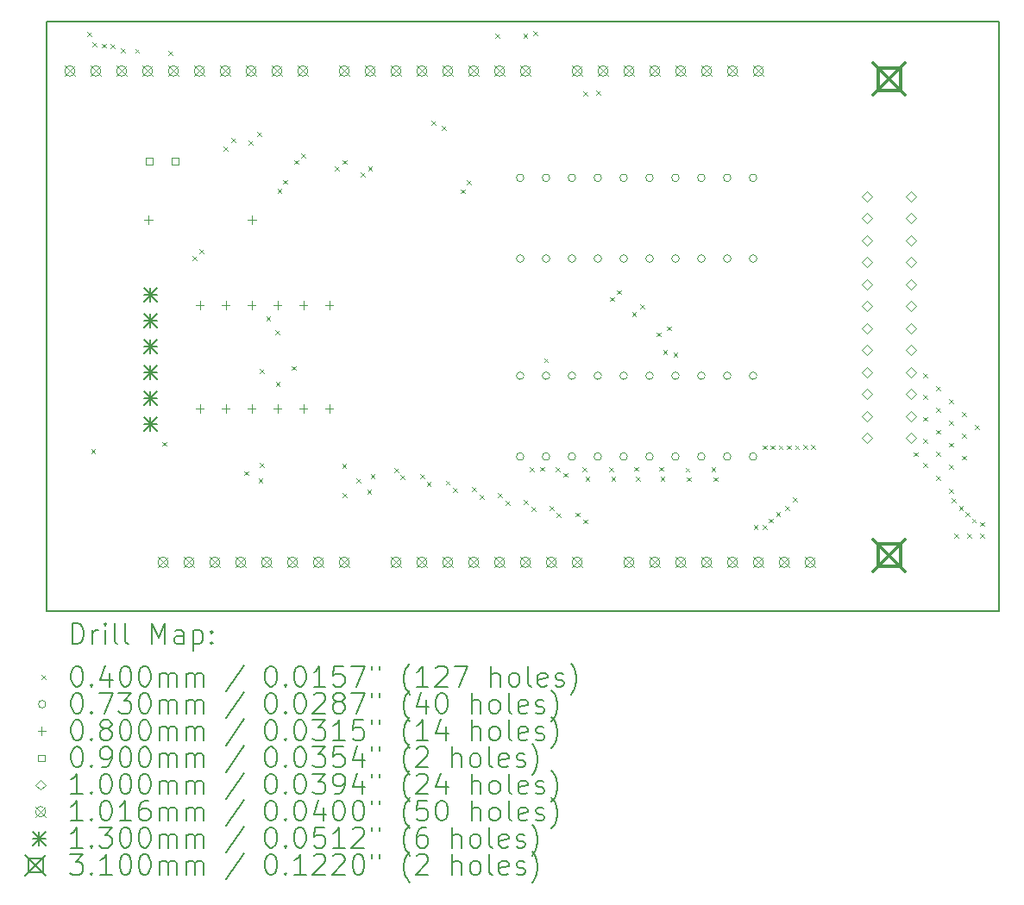
<source format=gbr>
%FSLAX45Y45*%
G04 Gerber Fmt 4.5, Leading zero omitted, Abs format (unit mm)*
G04 Created by KiCad (PCBNEW (5.99.0-13200-g7b4d5b2312)) date 2021-12-21 00:33:47*
%MOMM*%
%LPD*%
G01*
G04 APERTURE LIST*
%TA.AperFunction,Profile*%
%ADD10C,0.150000*%
%TD*%
%ADD11C,0.200000*%
%ADD12C,0.040000*%
%ADD13C,0.073000*%
%ADD14C,0.080000*%
%ADD15C,0.090000*%
%ADD16C,0.100000*%
%ADD17C,0.101600*%
%ADD18C,0.130000*%
%ADD19C,0.310000*%
G04 APERTURE END LIST*
D10*
X11988800Y-12395200D02*
X11988800Y-6604000D01*
X21336000Y-12395200D02*
X11988800Y-12395200D01*
X21336000Y-12395200D02*
X21336000Y-6604000D01*
X11988800Y-6604000D02*
X21336000Y-6604000D01*
D11*
D12*
X12387900Y-6705920D02*
X12427900Y-6745920D01*
X12427900Y-6705920D02*
X12387900Y-6745920D01*
X12426000Y-10802940D02*
X12466000Y-10842940D01*
X12466000Y-10802940D02*
X12426000Y-10842940D01*
X12442041Y-6804376D02*
X12482041Y-6844376D01*
X12482041Y-6804376D02*
X12442041Y-6844376D01*
X12533785Y-6816787D02*
X12573785Y-6856787D01*
X12573785Y-6816787D02*
X12533785Y-6856787D01*
X12616500Y-6820220D02*
X12656500Y-6860220D01*
X12656500Y-6820220D02*
X12616500Y-6860220D01*
X12720640Y-6865940D02*
X12760640Y-6905940D01*
X12760640Y-6865940D02*
X12720640Y-6905940D01*
X12857800Y-6868480D02*
X12897800Y-6908480D01*
X12897800Y-6868480D02*
X12857800Y-6908480D01*
X13127040Y-10729280D02*
X13167040Y-10769280D01*
X13167040Y-10729280D02*
X13127040Y-10769280D01*
X13185460Y-6888800D02*
X13225460Y-6928800D01*
X13225460Y-6888800D02*
X13185460Y-6928800D01*
X13419140Y-8903020D02*
X13459140Y-8943020D01*
X13459140Y-8903020D02*
X13419140Y-8943020D01*
X13490260Y-8834440D02*
X13530260Y-8874440D01*
X13530260Y-8834440D02*
X13490260Y-8874440D01*
X13726480Y-7831140D02*
X13766480Y-7871140D01*
X13766480Y-7831140D02*
X13726480Y-7871140D01*
X13802680Y-7747320D02*
X13842680Y-7787320D01*
X13842680Y-7747320D02*
X13802680Y-7787320D01*
X13927140Y-11016300D02*
X13967140Y-11056300D01*
X13967140Y-11016300D02*
X13927140Y-11056300D01*
X13972860Y-7768690D02*
X14012860Y-7808690D01*
X14012860Y-7768690D02*
X13972860Y-7808690D01*
X14056680Y-7686360D02*
X14096680Y-7726360D01*
X14096680Y-7686360D02*
X14056680Y-7726360D01*
X14067728Y-11089960D02*
X14107728Y-11129960D01*
X14107728Y-11089960D02*
X14067728Y-11129960D01*
X14082080Y-10935020D02*
X14122080Y-10975020D01*
X14122080Y-10935020D02*
X14082080Y-10975020D01*
X14084620Y-10015540D02*
X14124620Y-10055540D01*
X14124620Y-10015540D02*
X14084620Y-10055540D01*
X14145580Y-9497380D02*
X14185580Y-9537380D01*
X14185580Y-9497380D02*
X14145580Y-9537380D01*
X14237020Y-9634540D02*
X14277020Y-9674540D01*
X14277020Y-9634540D02*
X14237020Y-9674540D01*
X14237680Y-10138120D02*
X14277680Y-10178120D01*
X14277680Y-10138120D02*
X14237680Y-10178120D01*
X14254800Y-8245160D02*
X14294800Y-8285160D01*
X14294800Y-8245160D02*
X14254800Y-8285160D01*
X14310680Y-8156260D02*
X14350680Y-8196260D01*
X14350680Y-8156260D02*
X14310680Y-8196260D01*
X14394500Y-9985060D02*
X14434500Y-10025060D01*
X14434500Y-9985060D02*
X14394500Y-10025060D01*
X14422440Y-7960680D02*
X14462440Y-8000680D01*
X14462440Y-7960680D02*
X14422440Y-8000680D01*
X14485940Y-7897180D02*
X14525940Y-7937180D01*
X14525940Y-7897180D02*
X14485940Y-7937180D01*
X14821220Y-8024180D02*
X14861220Y-8064180D01*
X14861220Y-8024180D02*
X14821220Y-8064180D01*
X14889800Y-10945180D02*
X14929800Y-10985180D01*
X14929800Y-10945180D02*
X14889800Y-10985180D01*
X14897420Y-7960680D02*
X14937420Y-8000680D01*
X14937420Y-7960680D02*
X14897420Y-8000680D01*
X14897420Y-11232200D02*
X14937420Y-11272200D01*
X14937420Y-11232200D02*
X14897420Y-11272200D01*
X15029500Y-11089960D02*
X15069500Y-11129960D01*
X15069500Y-11089960D02*
X15029500Y-11129960D01*
X15072680Y-8082600D02*
X15112680Y-8122600D01*
X15112680Y-8082600D02*
X15072680Y-8122600D01*
X15136180Y-11201720D02*
X15176180Y-11241720D01*
X15176180Y-11201720D02*
X15136180Y-11241720D01*
X15143800Y-8021640D02*
X15183800Y-8061640D01*
X15183800Y-8021640D02*
X15143800Y-8061640D01*
X15169200Y-11046780D02*
X15209200Y-11086780D01*
X15209200Y-11046780D02*
X15169200Y-11086780D01*
X15402880Y-10985820D02*
X15442880Y-11025820D01*
X15442880Y-10985820D02*
X15402880Y-11025820D01*
X15461300Y-11056940D02*
X15501300Y-11096940D01*
X15501300Y-11056940D02*
X15461300Y-11096940D01*
X15659420Y-11048270D02*
X15699420Y-11088270D01*
X15699420Y-11048270D02*
X15659420Y-11088270D01*
X15720380Y-11120440D02*
X15760380Y-11160440D01*
X15760380Y-11120440D02*
X15720380Y-11160440D01*
X15763560Y-7574600D02*
X15803560Y-7614600D01*
X15803560Y-7574600D02*
X15763560Y-7614600D01*
X15866721Y-7623839D02*
X15906721Y-7663839D01*
X15906721Y-7623839D02*
X15866721Y-7663839D01*
X15905800Y-11110720D02*
X15945800Y-11150720D01*
X15945800Y-11110720D02*
X15905800Y-11150720D01*
X15979460Y-11181400D02*
X16019460Y-11221400D01*
X16019460Y-11181400D02*
X15979460Y-11221400D01*
X16053120Y-8247700D02*
X16093120Y-8287700D01*
X16093120Y-8247700D02*
X16053120Y-8287700D01*
X16111540Y-8158800D02*
X16151540Y-8198800D01*
X16151540Y-8158800D02*
X16111540Y-8198800D01*
X16167420Y-11173170D02*
X16207420Y-11213170D01*
X16207420Y-11173170D02*
X16167420Y-11213170D01*
X16241080Y-11247440D02*
X16281080Y-11287440D01*
X16281080Y-11247440D02*
X16241080Y-11287440D01*
X16390940Y-6718947D02*
X16430940Y-6758947D01*
X16430940Y-6718947D02*
X16390940Y-6758947D01*
X16418880Y-11235620D02*
X16458880Y-11275620D01*
X16458880Y-11235620D02*
X16418880Y-11275620D01*
X16492540Y-11310940D02*
X16532540Y-11350940D01*
X16532540Y-11310940D02*
X16492540Y-11350940D01*
X16667800Y-6718947D02*
X16707800Y-6758947D01*
X16707800Y-6718947D02*
X16667800Y-6758947D01*
X16675420Y-11298070D02*
X16715420Y-11338070D01*
X16715420Y-11298070D02*
X16675420Y-11338070D01*
X16728760Y-10980740D02*
X16768760Y-11020740D01*
X16768760Y-10980740D02*
X16728760Y-11020740D01*
X16749080Y-11369360D02*
X16789080Y-11409360D01*
X16789080Y-11369360D02*
X16749080Y-11409360D01*
X16764320Y-6693220D02*
X16804320Y-6733220D01*
X16804320Y-6693220D02*
X16764320Y-6733220D01*
X16835440Y-10975660D02*
X16875440Y-11015660D01*
X16875440Y-10975660D02*
X16835440Y-11015660D01*
X16871000Y-9908860D02*
X16911000Y-9948860D01*
X16911000Y-9908860D02*
X16871000Y-9948860D01*
X16924340Y-11360520D02*
X16964340Y-11400520D01*
X16964340Y-11360520D02*
X16924340Y-11400520D01*
X16985300Y-10980740D02*
X17025300Y-11020740D01*
X17025300Y-10980740D02*
X16985300Y-11020740D01*
X16995460Y-11430320D02*
X17035460Y-11470320D01*
X17035460Y-11430320D02*
X16995460Y-11470320D01*
X17061500Y-11034080D02*
X17101500Y-11074080D01*
X17101500Y-11034080D02*
X17061500Y-11074080D01*
X17178340Y-11422970D02*
X17218340Y-11462970D01*
X17218340Y-11422970D02*
X17178340Y-11462970D01*
X17246920Y-10980740D02*
X17286920Y-11020740D01*
X17286920Y-10980740D02*
X17246920Y-11020740D01*
X17254540Y-7287580D02*
X17294540Y-7327580D01*
X17294540Y-7287580D02*
X17254540Y-7327580D01*
X17257080Y-11491280D02*
X17297080Y-11531280D01*
X17297080Y-11491280D02*
X17257080Y-11531280D01*
X17277400Y-11072180D02*
X17317400Y-11112180D01*
X17317400Y-11072180D02*
X17277400Y-11112180D01*
X17383101Y-7278981D02*
X17423101Y-7318981D01*
X17423101Y-7278981D02*
X17383101Y-7318981D01*
X17513620Y-10980740D02*
X17553620Y-11020740D01*
X17553620Y-10980740D02*
X17513620Y-11020740D01*
X17521240Y-9306880D02*
X17561240Y-9346880D01*
X17561240Y-9306880D02*
X17521240Y-9346880D01*
X17531400Y-11072180D02*
X17571400Y-11112180D01*
X17571400Y-11072180D02*
X17531400Y-11112180D01*
X17585518Y-9238258D02*
X17625518Y-9278258D01*
X17625518Y-9238258D02*
X17585518Y-9278258D01*
X17734600Y-9454200D02*
X17774600Y-9494200D01*
X17774600Y-9454200D02*
X17734600Y-9494200D01*
X17757460Y-10975660D02*
X17797460Y-11015660D01*
X17797460Y-10975660D02*
X17757460Y-11015660D01*
X17770160Y-11072180D02*
X17810160Y-11112180D01*
X17810160Y-11072180D02*
X17770160Y-11112180D01*
X17813340Y-9378000D02*
X17853340Y-9418000D01*
X17853340Y-9378000D02*
X17813340Y-9418000D01*
X17978440Y-9654860D02*
X18018440Y-9694860D01*
X18018440Y-9654860D02*
X17978440Y-9694860D01*
X17998760Y-10975660D02*
X18038760Y-11015660D01*
X18038760Y-10975660D02*
X17998760Y-11015660D01*
X18014000Y-11074720D02*
X18054000Y-11114720D01*
X18054000Y-11074720D02*
X18014000Y-11114720D01*
X18039400Y-9825040D02*
X18079400Y-9865040D01*
X18079400Y-9825040D02*
X18039400Y-9865040D01*
X18078350Y-9593900D02*
X18118350Y-9633900D01*
X18118350Y-9593900D02*
X18078350Y-9633900D01*
X18141000Y-9853681D02*
X18181000Y-9893681D01*
X18181000Y-9853681D02*
X18141000Y-9893681D01*
X18260380Y-10983280D02*
X18300380Y-11023280D01*
X18300380Y-10983280D02*
X18260380Y-11023280D01*
X18275620Y-11077260D02*
X18315620Y-11117260D01*
X18315620Y-11077260D02*
X18275620Y-11117260D01*
X18514380Y-10980740D02*
X18554380Y-11020740D01*
X18554380Y-10980740D02*
X18514380Y-11020740D01*
X18534700Y-11077260D02*
X18574700Y-11117260D01*
X18574700Y-11077260D02*
X18534700Y-11117260D01*
X18928400Y-11547160D02*
X18968400Y-11587160D01*
X18968400Y-11547160D02*
X18928400Y-11587160D01*
X19014760Y-10762300D02*
X19054760Y-10802300D01*
X19054760Y-10762300D02*
X19014760Y-10802300D01*
X19014760Y-11544620D02*
X19054760Y-11584620D01*
X19054760Y-11544620D02*
X19014760Y-11584620D01*
X19077210Y-11482170D02*
X19117210Y-11522170D01*
X19117210Y-11482170D02*
X19077210Y-11522170D01*
X19094710Y-10762300D02*
X19134710Y-10802300D01*
X19134710Y-10762300D02*
X19094710Y-10802300D01*
X19148580Y-11419720D02*
X19188580Y-11459720D01*
X19188580Y-11419720D02*
X19148580Y-11459720D01*
X19174661Y-10762300D02*
X19214661Y-10802300D01*
X19214661Y-10762300D02*
X19174661Y-10802300D01*
X19237111Y-11357270D02*
X19277111Y-11397270D01*
X19277111Y-11357270D02*
X19237111Y-11397270D01*
X19254611Y-10762300D02*
X19294611Y-10802300D01*
X19294611Y-10762300D02*
X19254611Y-10802300D01*
X19314480Y-11277920D02*
X19354480Y-11317920D01*
X19354480Y-11277920D02*
X19314480Y-11317920D01*
X19334561Y-10762300D02*
X19374561Y-10802300D01*
X19374561Y-10762300D02*
X19334561Y-10802300D01*
X19414470Y-10759730D02*
X19454470Y-10799730D01*
X19454470Y-10759730D02*
X19414470Y-10799730D01*
X19494420Y-10759764D02*
X19534420Y-10799764D01*
X19534420Y-10759764D02*
X19494420Y-10799764D01*
X20500660Y-10830880D02*
X20540660Y-10870880D01*
X20540660Y-10830880D02*
X20500660Y-10870880D01*
X20592100Y-10053640D02*
X20632100Y-10093640D01*
X20632100Y-10053640D02*
X20592100Y-10093640D01*
X20592100Y-10269540D02*
X20632100Y-10309540D01*
X20632100Y-10269540D02*
X20592100Y-10309540D01*
X20592100Y-10482900D02*
X20632100Y-10522900D01*
X20632100Y-10482900D02*
X20592100Y-10522900D01*
X20592100Y-10701340D02*
X20632100Y-10741340D01*
X20632100Y-10701340D02*
X20592100Y-10741340D01*
X20592100Y-10937560D02*
X20632100Y-10977560D01*
X20632100Y-10937560D02*
X20592100Y-10977560D01*
X20719100Y-10180640D02*
X20759100Y-10220640D01*
X20759100Y-10180640D02*
X20719100Y-10220640D01*
X20719100Y-10396540D02*
X20759100Y-10436540D01*
X20759100Y-10396540D02*
X20719100Y-10436540D01*
X20719100Y-10609900D02*
X20759100Y-10649900D01*
X20759100Y-10609900D02*
X20719100Y-10649900D01*
X20719100Y-10828340D02*
X20759100Y-10868340D01*
X20759100Y-10828340D02*
X20719100Y-10868340D01*
X20719100Y-11064560D02*
X20759100Y-11104560D01*
X20759100Y-11064560D02*
X20719100Y-11104560D01*
X20846100Y-10307640D02*
X20886100Y-10347640D01*
X20886100Y-10307640D02*
X20846100Y-10347640D01*
X20846100Y-10523540D02*
X20886100Y-10563540D01*
X20886100Y-10523540D02*
X20846100Y-10563540D01*
X20846100Y-10736900D02*
X20886100Y-10776900D01*
X20886100Y-10736900D02*
X20846100Y-10776900D01*
X20846100Y-10955340D02*
X20886100Y-10995340D01*
X20886100Y-10955340D02*
X20846100Y-10995340D01*
X20846100Y-11191560D02*
X20886100Y-11231560D01*
X20886100Y-11191560D02*
X20846100Y-11231560D01*
X20871500Y-11283000D02*
X20911500Y-11323000D01*
X20911500Y-11283000D02*
X20871500Y-11323000D01*
X20899440Y-11628440D02*
X20939440Y-11668440D01*
X20939440Y-11628440D02*
X20899440Y-11668440D01*
X20943625Y-11357270D02*
X20983625Y-11397270D01*
X20983625Y-11357270D02*
X20943625Y-11397270D01*
X20973100Y-10434640D02*
X21013100Y-10474640D01*
X21013100Y-10434640D02*
X20973100Y-10474640D01*
X20973100Y-10650540D02*
X21013100Y-10690540D01*
X21013100Y-10650540D02*
X20973100Y-10690540D01*
X20973100Y-10863900D02*
X21013100Y-10903900D01*
X21013100Y-10863900D02*
X20973100Y-10903900D01*
X21006075Y-11419720D02*
X21046075Y-11459720D01*
X21046075Y-11419720D02*
X21006075Y-11459720D01*
X21026440Y-11628440D02*
X21066440Y-11668440D01*
X21066440Y-11628440D02*
X21026440Y-11668440D01*
X21070963Y-11482170D02*
X21110963Y-11522170D01*
X21110963Y-11482170D02*
X21070963Y-11522170D01*
X21100100Y-10561640D02*
X21140100Y-10601640D01*
X21140100Y-10561640D02*
X21100100Y-10601640D01*
X21150900Y-11516680D02*
X21190900Y-11556680D01*
X21190900Y-11516680D02*
X21150900Y-11556680D01*
X21153440Y-11628440D02*
X21193440Y-11668440D01*
X21193440Y-11628440D02*
X21153440Y-11668440D01*
D13*
X16673300Y-8135680D02*
G75*
G03*
X16673300Y-8135680I-36500J0D01*
G01*
X16673300Y-8929680D02*
G75*
G03*
X16673300Y-8929680I-36500J0D01*
G01*
X16673300Y-10079680D02*
G75*
G03*
X16673300Y-10079680I-36500J0D01*
G01*
X16673300Y-10873680D02*
G75*
G03*
X16673300Y-10873680I-36500J0D01*
G01*
X16927300Y-8135680D02*
G75*
G03*
X16927300Y-8135680I-36500J0D01*
G01*
X16927300Y-8929680D02*
G75*
G03*
X16927300Y-8929680I-36500J0D01*
G01*
X16927300Y-10079680D02*
G75*
G03*
X16927300Y-10079680I-36500J0D01*
G01*
X16927300Y-10873680D02*
G75*
G03*
X16927300Y-10873680I-36500J0D01*
G01*
X17181300Y-8135680D02*
G75*
G03*
X17181300Y-8135680I-36500J0D01*
G01*
X17181300Y-8929680D02*
G75*
G03*
X17181300Y-8929680I-36500J0D01*
G01*
X17181300Y-10079680D02*
G75*
G03*
X17181300Y-10079680I-36500J0D01*
G01*
X17181300Y-10873680D02*
G75*
G03*
X17181300Y-10873680I-36500J0D01*
G01*
X17435300Y-8135680D02*
G75*
G03*
X17435300Y-8135680I-36500J0D01*
G01*
X17435300Y-8929680D02*
G75*
G03*
X17435300Y-8929680I-36500J0D01*
G01*
X17435300Y-10079680D02*
G75*
G03*
X17435300Y-10079680I-36500J0D01*
G01*
X17435300Y-10873680D02*
G75*
G03*
X17435300Y-10873680I-36500J0D01*
G01*
X17689300Y-8135680D02*
G75*
G03*
X17689300Y-8135680I-36500J0D01*
G01*
X17689300Y-8929680D02*
G75*
G03*
X17689300Y-8929680I-36500J0D01*
G01*
X17689300Y-10079680D02*
G75*
G03*
X17689300Y-10079680I-36500J0D01*
G01*
X17689300Y-10873680D02*
G75*
G03*
X17689300Y-10873680I-36500J0D01*
G01*
X17943300Y-8135680D02*
G75*
G03*
X17943300Y-8135680I-36500J0D01*
G01*
X17943300Y-8929680D02*
G75*
G03*
X17943300Y-8929680I-36500J0D01*
G01*
X17943300Y-10079680D02*
G75*
G03*
X17943300Y-10079680I-36500J0D01*
G01*
X17943300Y-10873680D02*
G75*
G03*
X17943300Y-10873680I-36500J0D01*
G01*
X18197300Y-8135680D02*
G75*
G03*
X18197300Y-8135680I-36500J0D01*
G01*
X18197300Y-8929680D02*
G75*
G03*
X18197300Y-8929680I-36500J0D01*
G01*
X18197300Y-10079680D02*
G75*
G03*
X18197300Y-10079680I-36500J0D01*
G01*
X18197300Y-10873680D02*
G75*
G03*
X18197300Y-10873680I-36500J0D01*
G01*
X18451300Y-8135680D02*
G75*
G03*
X18451300Y-8135680I-36500J0D01*
G01*
X18451300Y-8929680D02*
G75*
G03*
X18451300Y-8929680I-36500J0D01*
G01*
X18451300Y-10079680D02*
G75*
G03*
X18451300Y-10079680I-36500J0D01*
G01*
X18451300Y-10873680D02*
G75*
G03*
X18451300Y-10873680I-36500J0D01*
G01*
X18705300Y-8135680D02*
G75*
G03*
X18705300Y-8135680I-36500J0D01*
G01*
X18705300Y-8929680D02*
G75*
G03*
X18705300Y-8929680I-36500J0D01*
G01*
X18705300Y-10079680D02*
G75*
G03*
X18705300Y-10079680I-36500J0D01*
G01*
X18705300Y-10873680D02*
G75*
G03*
X18705300Y-10873680I-36500J0D01*
G01*
X18959300Y-8135680D02*
G75*
G03*
X18959300Y-8135680I-36500J0D01*
G01*
X18959300Y-8929680D02*
G75*
G03*
X18959300Y-8929680I-36500J0D01*
G01*
X18959300Y-10079680D02*
G75*
G03*
X18959300Y-10079680I-36500J0D01*
G01*
X18959300Y-10873680D02*
G75*
G03*
X18959300Y-10873680I-36500J0D01*
G01*
D14*
X12987020Y-8507100D02*
X12987020Y-8587100D01*
X12947020Y-8547100D02*
X13027020Y-8547100D01*
X13492480Y-9345300D02*
X13492480Y-9425300D01*
X13452480Y-9385300D02*
X13532480Y-9385300D01*
X13492480Y-10361300D02*
X13492480Y-10441300D01*
X13452480Y-10401300D02*
X13532480Y-10401300D01*
X13746480Y-9345300D02*
X13746480Y-9425300D01*
X13706480Y-9385300D02*
X13786480Y-9385300D01*
X13746480Y-10361300D02*
X13746480Y-10441300D01*
X13706480Y-10401300D02*
X13786480Y-10401300D01*
X14000480Y-9345300D02*
X14000480Y-9425300D01*
X13960480Y-9385300D02*
X14040480Y-9385300D01*
X14000480Y-10361300D02*
X14000480Y-10441300D01*
X13960480Y-10401300D02*
X14040480Y-10401300D01*
X14003020Y-8507100D02*
X14003020Y-8587100D01*
X13963020Y-8547100D02*
X14043020Y-8547100D01*
X14254480Y-9345300D02*
X14254480Y-9425300D01*
X14214480Y-9385300D02*
X14294480Y-9385300D01*
X14254480Y-10361300D02*
X14254480Y-10441300D01*
X14214480Y-10401300D02*
X14294480Y-10401300D01*
X14508480Y-9345300D02*
X14508480Y-9425300D01*
X14468480Y-9385300D02*
X14548480Y-9385300D01*
X14508480Y-10361300D02*
X14508480Y-10441300D01*
X14468480Y-10401300D02*
X14548480Y-10401300D01*
X14762480Y-9345300D02*
X14762480Y-9425300D01*
X14722480Y-9385300D02*
X14802480Y-9385300D01*
X14762480Y-10361300D02*
X14762480Y-10441300D01*
X14722480Y-10401300D02*
X14802480Y-10401300D01*
D15*
X13028840Y-8004880D02*
X13028840Y-7941240D01*
X12965200Y-7941240D01*
X12965200Y-8004880D01*
X13028840Y-8004880D01*
X13282840Y-8004880D02*
X13282840Y-7941240D01*
X13219200Y-7941240D01*
X13219200Y-8004880D01*
X13282840Y-8004880D01*
D16*
X20043680Y-8366680D02*
X20093680Y-8316680D01*
X20043680Y-8266680D01*
X19993680Y-8316680D01*
X20043680Y-8366680D01*
X20043680Y-8582680D02*
X20093680Y-8532680D01*
X20043680Y-8482680D01*
X19993680Y-8532680D01*
X20043680Y-8582680D01*
X20043680Y-8798680D02*
X20093680Y-8748680D01*
X20043680Y-8698680D01*
X19993680Y-8748680D01*
X20043680Y-8798680D01*
X20043680Y-9014680D02*
X20093680Y-8964680D01*
X20043680Y-8914680D01*
X19993680Y-8964680D01*
X20043680Y-9014680D01*
X20043680Y-9230680D02*
X20093680Y-9180680D01*
X20043680Y-9130680D01*
X19993680Y-9180680D01*
X20043680Y-9230680D01*
X20043680Y-9446680D02*
X20093680Y-9396680D01*
X20043680Y-9346680D01*
X19993680Y-9396680D01*
X20043680Y-9446680D01*
X20043680Y-9662680D02*
X20093680Y-9612680D01*
X20043680Y-9562680D01*
X19993680Y-9612680D01*
X20043680Y-9662680D01*
X20043680Y-9878680D02*
X20093680Y-9828680D01*
X20043680Y-9778680D01*
X19993680Y-9828680D01*
X20043680Y-9878680D01*
X20043680Y-10094680D02*
X20093680Y-10044680D01*
X20043680Y-9994680D01*
X19993680Y-10044680D01*
X20043680Y-10094680D01*
X20043680Y-10310680D02*
X20093680Y-10260680D01*
X20043680Y-10210680D01*
X19993680Y-10260680D01*
X20043680Y-10310680D01*
X20043680Y-10526680D02*
X20093680Y-10476680D01*
X20043680Y-10426680D01*
X19993680Y-10476680D01*
X20043680Y-10526680D01*
X20043680Y-10742680D02*
X20093680Y-10692680D01*
X20043680Y-10642680D01*
X19993680Y-10692680D01*
X20043680Y-10742680D01*
X20472680Y-8366680D02*
X20522680Y-8316680D01*
X20472680Y-8266680D01*
X20422680Y-8316680D01*
X20472680Y-8366680D01*
X20472680Y-8582680D02*
X20522680Y-8532680D01*
X20472680Y-8482680D01*
X20422680Y-8532680D01*
X20472680Y-8582680D01*
X20472680Y-8798680D02*
X20522680Y-8748680D01*
X20472680Y-8698680D01*
X20422680Y-8748680D01*
X20472680Y-8798680D01*
X20472680Y-9014680D02*
X20522680Y-8964680D01*
X20472680Y-8914680D01*
X20422680Y-8964680D01*
X20472680Y-9014680D01*
X20472680Y-9230680D02*
X20522680Y-9180680D01*
X20472680Y-9130680D01*
X20422680Y-9180680D01*
X20472680Y-9230680D01*
X20472680Y-9446680D02*
X20522680Y-9396680D01*
X20472680Y-9346680D01*
X20422680Y-9396680D01*
X20472680Y-9446680D01*
X20472680Y-9662680D02*
X20522680Y-9612680D01*
X20472680Y-9562680D01*
X20422680Y-9612680D01*
X20472680Y-9662680D01*
X20472680Y-9878680D02*
X20522680Y-9828680D01*
X20472680Y-9778680D01*
X20422680Y-9828680D01*
X20472680Y-9878680D01*
X20472680Y-10094680D02*
X20522680Y-10044680D01*
X20472680Y-9994680D01*
X20422680Y-10044680D01*
X20472680Y-10094680D01*
X20472680Y-10310680D02*
X20522680Y-10260680D01*
X20472680Y-10210680D01*
X20422680Y-10260680D01*
X20472680Y-10310680D01*
X20472680Y-10526680D02*
X20522680Y-10476680D01*
X20472680Y-10426680D01*
X20422680Y-10476680D01*
X20472680Y-10526680D01*
X20472680Y-10742680D02*
X20522680Y-10692680D01*
X20472680Y-10642680D01*
X20422680Y-10692680D01*
X20472680Y-10742680D01*
D17*
X12166600Y-7035800D02*
X12268200Y-7137400D01*
X12268200Y-7035800D02*
X12166600Y-7137400D01*
X12268200Y-7086600D02*
G75*
G03*
X12268200Y-7086600I-50800J0D01*
G01*
X12420600Y-7035800D02*
X12522200Y-7137400D01*
X12522200Y-7035800D02*
X12420600Y-7137400D01*
X12522200Y-7086600D02*
G75*
G03*
X12522200Y-7086600I-50800J0D01*
G01*
X12674600Y-7035800D02*
X12776200Y-7137400D01*
X12776200Y-7035800D02*
X12674600Y-7137400D01*
X12776200Y-7086600D02*
G75*
G03*
X12776200Y-7086600I-50800J0D01*
G01*
X12928600Y-7035800D02*
X13030200Y-7137400D01*
X13030200Y-7035800D02*
X12928600Y-7137400D01*
X13030200Y-7086600D02*
G75*
G03*
X13030200Y-7086600I-50800J0D01*
G01*
X13081000Y-11861800D02*
X13182600Y-11963400D01*
X13182600Y-11861800D02*
X13081000Y-11963400D01*
X13182600Y-11912600D02*
G75*
G03*
X13182600Y-11912600I-50800J0D01*
G01*
X13182600Y-7035800D02*
X13284200Y-7137400D01*
X13284200Y-7035800D02*
X13182600Y-7137400D01*
X13284200Y-7086600D02*
G75*
G03*
X13284200Y-7086600I-50800J0D01*
G01*
X13335000Y-11861800D02*
X13436600Y-11963400D01*
X13436600Y-11861800D02*
X13335000Y-11963400D01*
X13436600Y-11912600D02*
G75*
G03*
X13436600Y-11912600I-50800J0D01*
G01*
X13436600Y-7035800D02*
X13538200Y-7137400D01*
X13538200Y-7035800D02*
X13436600Y-7137400D01*
X13538200Y-7086600D02*
G75*
G03*
X13538200Y-7086600I-50800J0D01*
G01*
X13589000Y-11861800D02*
X13690600Y-11963400D01*
X13690600Y-11861800D02*
X13589000Y-11963400D01*
X13690600Y-11912600D02*
G75*
G03*
X13690600Y-11912600I-50800J0D01*
G01*
X13690600Y-7035800D02*
X13792200Y-7137400D01*
X13792200Y-7035800D02*
X13690600Y-7137400D01*
X13792200Y-7086600D02*
G75*
G03*
X13792200Y-7086600I-50800J0D01*
G01*
X13843000Y-11861800D02*
X13944600Y-11963400D01*
X13944600Y-11861800D02*
X13843000Y-11963400D01*
X13944600Y-11912600D02*
G75*
G03*
X13944600Y-11912600I-50800J0D01*
G01*
X13944600Y-7035800D02*
X14046200Y-7137400D01*
X14046200Y-7035800D02*
X13944600Y-7137400D01*
X14046200Y-7086600D02*
G75*
G03*
X14046200Y-7086600I-50800J0D01*
G01*
X14097000Y-11861800D02*
X14198600Y-11963400D01*
X14198600Y-11861800D02*
X14097000Y-11963400D01*
X14198600Y-11912600D02*
G75*
G03*
X14198600Y-11912600I-50800J0D01*
G01*
X14198600Y-7035800D02*
X14300200Y-7137400D01*
X14300200Y-7035800D02*
X14198600Y-7137400D01*
X14300200Y-7086600D02*
G75*
G03*
X14300200Y-7086600I-50800J0D01*
G01*
X14351000Y-11861800D02*
X14452600Y-11963400D01*
X14452600Y-11861800D02*
X14351000Y-11963400D01*
X14452600Y-11912600D02*
G75*
G03*
X14452600Y-11912600I-50800J0D01*
G01*
X14452600Y-7035800D02*
X14554200Y-7137400D01*
X14554200Y-7035800D02*
X14452600Y-7137400D01*
X14554200Y-7086600D02*
G75*
G03*
X14554200Y-7086600I-50800J0D01*
G01*
X14605000Y-11861800D02*
X14706600Y-11963400D01*
X14706600Y-11861800D02*
X14605000Y-11963400D01*
X14706600Y-11912600D02*
G75*
G03*
X14706600Y-11912600I-50800J0D01*
G01*
X14859000Y-7035800D02*
X14960600Y-7137400D01*
X14960600Y-7035800D02*
X14859000Y-7137400D01*
X14960600Y-7086600D02*
G75*
G03*
X14960600Y-7086600I-50800J0D01*
G01*
X14859000Y-11861800D02*
X14960600Y-11963400D01*
X14960600Y-11861800D02*
X14859000Y-11963400D01*
X14960600Y-11912600D02*
G75*
G03*
X14960600Y-11912600I-50800J0D01*
G01*
X15113000Y-7035800D02*
X15214600Y-7137400D01*
X15214600Y-7035800D02*
X15113000Y-7137400D01*
X15214600Y-7086600D02*
G75*
G03*
X15214600Y-7086600I-50800J0D01*
G01*
X15367000Y-7035800D02*
X15468600Y-7137400D01*
X15468600Y-7035800D02*
X15367000Y-7137400D01*
X15468600Y-7086600D02*
G75*
G03*
X15468600Y-7086600I-50800J0D01*
G01*
X15367000Y-11861800D02*
X15468600Y-11963400D01*
X15468600Y-11861800D02*
X15367000Y-11963400D01*
X15468600Y-11912600D02*
G75*
G03*
X15468600Y-11912600I-50800J0D01*
G01*
X15621000Y-7035800D02*
X15722600Y-7137400D01*
X15722600Y-7035800D02*
X15621000Y-7137400D01*
X15722600Y-7086600D02*
G75*
G03*
X15722600Y-7086600I-50800J0D01*
G01*
X15621000Y-11861800D02*
X15722600Y-11963400D01*
X15722600Y-11861800D02*
X15621000Y-11963400D01*
X15722600Y-11912600D02*
G75*
G03*
X15722600Y-11912600I-50800J0D01*
G01*
X15875000Y-7035800D02*
X15976600Y-7137400D01*
X15976600Y-7035800D02*
X15875000Y-7137400D01*
X15976600Y-7086600D02*
G75*
G03*
X15976600Y-7086600I-50800J0D01*
G01*
X15875000Y-11861800D02*
X15976600Y-11963400D01*
X15976600Y-11861800D02*
X15875000Y-11963400D01*
X15976600Y-11912600D02*
G75*
G03*
X15976600Y-11912600I-50800J0D01*
G01*
X16129000Y-7035800D02*
X16230600Y-7137400D01*
X16230600Y-7035800D02*
X16129000Y-7137400D01*
X16230600Y-7086600D02*
G75*
G03*
X16230600Y-7086600I-50800J0D01*
G01*
X16129000Y-11861800D02*
X16230600Y-11963400D01*
X16230600Y-11861800D02*
X16129000Y-11963400D01*
X16230600Y-11912600D02*
G75*
G03*
X16230600Y-11912600I-50800J0D01*
G01*
X16383000Y-7035800D02*
X16484600Y-7137400D01*
X16484600Y-7035800D02*
X16383000Y-7137400D01*
X16484600Y-7086600D02*
G75*
G03*
X16484600Y-7086600I-50800J0D01*
G01*
X16383000Y-11861800D02*
X16484600Y-11963400D01*
X16484600Y-11861800D02*
X16383000Y-11963400D01*
X16484600Y-11912600D02*
G75*
G03*
X16484600Y-11912600I-50800J0D01*
G01*
X16637000Y-7035800D02*
X16738600Y-7137400D01*
X16738600Y-7035800D02*
X16637000Y-7137400D01*
X16738600Y-7086600D02*
G75*
G03*
X16738600Y-7086600I-50800J0D01*
G01*
X16637000Y-11861800D02*
X16738600Y-11963400D01*
X16738600Y-11861800D02*
X16637000Y-11963400D01*
X16738600Y-11912600D02*
G75*
G03*
X16738600Y-11912600I-50800J0D01*
G01*
X16891000Y-11861800D02*
X16992600Y-11963400D01*
X16992600Y-11861800D02*
X16891000Y-11963400D01*
X16992600Y-11912600D02*
G75*
G03*
X16992600Y-11912600I-50800J0D01*
G01*
X17145000Y-7035800D02*
X17246600Y-7137400D01*
X17246600Y-7035800D02*
X17145000Y-7137400D01*
X17246600Y-7086600D02*
G75*
G03*
X17246600Y-7086600I-50800J0D01*
G01*
X17145000Y-11861800D02*
X17246600Y-11963400D01*
X17246600Y-11861800D02*
X17145000Y-11963400D01*
X17246600Y-11912600D02*
G75*
G03*
X17246600Y-11912600I-50800J0D01*
G01*
X17399000Y-7035800D02*
X17500600Y-7137400D01*
X17500600Y-7035800D02*
X17399000Y-7137400D01*
X17500600Y-7086600D02*
G75*
G03*
X17500600Y-7086600I-50800J0D01*
G01*
X17653000Y-7035800D02*
X17754600Y-7137400D01*
X17754600Y-7035800D02*
X17653000Y-7137400D01*
X17754600Y-7086600D02*
G75*
G03*
X17754600Y-7086600I-50800J0D01*
G01*
X17653000Y-11861800D02*
X17754600Y-11963400D01*
X17754600Y-11861800D02*
X17653000Y-11963400D01*
X17754600Y-11912600D02*
G75*
G03*
X17754600Y-11912600I-50800J0D01*
G01*
X17907000Y-7035800D02*
X18008600Y-7137400D01*
X18008600Y-7035800D02*
X17907000Y-7137400D01*
X18008600Y-7086600D02*
G75*
G03*
X18008600Y-7086600I-50800J0D01*
G01*
X17907000Y-11861800D02*
X18008600Y-11963400D01*
X18008600Y-11861800D02*
X17907000Y-11963400D01*
X18008600Y-11912600D02*
G75*
G03*
X18008600Y-11912600I-50800J0D01*
G01*
X18161000Y-7035800D02*
X18262600Y-7137400D01*
X18262600Y-7035800D02*
X18161000Y-7137400D01*
X18262600Y-7086600D02*
G75*
G03*
X18262600Y-7086600I-50800J0D01*
G01*
X18161000Y-11861800D02*
X18262600Y-11963400D01*
X18262600Y-11861800D02*
X18161000Y-11963400D01*
X18262600Y-11912600D02*
G75*
G03*
X18262600Y-11912600I-50800J0D01*
G01*
X18415000Y-7035800D02*
X18516600Y-7137400D01*
X18516600Y-7035800D02*
X18415000Y-7137400D01*
X18516600Y-7086600D02*
G75*
G03*
X18516600Y-7086600I-50800J0D01*
G01*
X18415000Y-11861800D02*
X18516600Y-11963400D01*
X18516600Y-11861800D02*
X18415000Y-11963400D01*
X18516600Y-11912600D02*
G75*
G03*
X18516600Y-11912600I-50800J0D01*
G01*
X18669000Y-7035800D02*
X18770600Y-7137400D01*
X18770600Y-7035800D02*
X18669000Y-7137400D01*
X18770600Y-7086600D02*
G75*
G03*
X18770600Y-7086600I-50800J0D01*
G01*
X18669000Y-11861800D02*
X18770600Y-11963400D01*
X18770600Y-11861800D02*
X18669000Y-11963400D01*
X18770600Y-11912600D02*
G75*
G03*
X18770600Y-11912600I-50800J0D01*
G01*
X18923000Y-7035800D02*
X19024600Y-7137400D01*
X19024600Y-7035800D02*
X18923000Y-7137400D01*
X19024600Y-7086600D02*
G75*
G03*
X19024600Y-7086600I-50800J0D01*
G01*
X18923000Y-11861800D02*
X19024600Y-11963400D01*
X19024600Y-11861800D02*
X18923000Y-11963400D01*
X19024600Y-11912600D02*
G75*
G03*
X19024600Y-11912600I-50800J0D01*
G01*
X19177000Y-11861800D02*
X19278600Y-11963400D01*
X19278600Y-11861800D02*
X19177000Y-11963400D01*
X19278600Y-11912600D02*
G75*
G03*
X19278600Y-11912600I-50800J0D01*
G01*
X19431000Y-11861800D02*
X19532600Y-11963400D01*
X19532600Y-11861800D02*
X19431000Y-11963400D01*
X19532600Y-11912600D02*
G75*
G03*
X19532600Y-11912600I-50800J0D01*
G01*
D18*
X12942340Y-9221240D02*
X13072340Y-9351240D01*
X13072340Y-9221240D02*
X12942340Y-9351240D01*
X13007340Y-9221240D02*
X13007340Y-9351240D01*
X12942340Y-9286240D02*
X13072340Y-9286240D01*
X12942340Y-9475240D02*
X13072340Y-9605240D01*
X13072340Y-9475240D02*
X12942340Y-9605240D01*
X13007340Y-9475240D02*
X13007340Y-9605240D01*
X12942340Y-9540240D02*
X13072340Y-9540240D01*
X12942340Y-9729240D02*
X13072340Y-9859240D01*
X13072340Y-9729240D02*
X12942340Y-9859240D01*
X13007340Y-9729240D02*
X13007340Y-9859240D01*
X12942340Y-9794240D02*
X13072340Y-9794240D01*
X12942340Y-9983240D02*
X13072340Y-10113240D01*
X13072340Y-9983240D02*
X12942340Y-10113240D01*
X13007340Y-9983240D02*
X13007340Y-10113240D01*
X12942340Y-10048240D02*
X13072340Y-10048240D01*
X12942340Y-10237240D02*
X13072340Y-10367240D01*
X13072340Y-10237240D02*
X12942340Y-10367240D01*
X13007340Y-10237240D02*
X13007340Y-10367240D01*
X12942340Y-10302240D02*
X13072340Y-10302240D01*
X12942340Y-10491240D02*
X13072340Y-10621240D01*
X13072340Y-10491240D02*
X12942340Y-10621240D01*
X13007340Y-10491240D02*
X13007340Y-10621240D01*
X12942340Y-10556240D02*
X13072340Y-10556240D01*
D19*
X20103180Y-7009680D02*
X20413180Y-7319680D01*
X20413180Y-7009680D02*
X20103180Y-7319680D01*
X20367783Y-7274283D02*
X20367783Y-7055077D01*
X20148577Y-7055077D01*
X20148577Y-7274283D01*
X20367783Y-7274283D01*
X20103180Y-11689680D02*
X20413180Y-11999680D01*
X20413180Y-11689680D02*
X20103180Y-11999680D01*
X20367783Y-11954283D02*
X20367783Y-11735077D01*
X20148577Y-11735077D01*
X20148577Y-11954283D01*
X20367783Y-11954283D01*
D11*
X12238919Y-12713176D02*
X12238919Y-12513176D01*
X12286538Y-12513176D01*
X12315109Y-12522700D01*
X12334157Y-12541748D01*
X12343681Y-12560795D01*
X12353205Y-12598890D01*
X12353205Y-12627462D01*
X12343681Y-12665557D01*
X12334157Y-12684605D01*
X12315109Y-12703652D01*
X12286538Y-12713176D01*
X12238919Y-12713176D01*
X12438919Y-12713176D02*
X12438919Y-12579843D01*
X12438919Y-12617938D02*
X12448443Y-12598890D01*
X12457967Y-12589367D01*
X12477014Y-12579843D01*
X12496062Y-12579843D01*
X12562728Y-12713176D02*
X12562728Y-12579843D01*
X12562728Y-12513176D02*
X12553205Y-12522700D01*
X12562728Y-12532224D01*
X12572252Y-12522700D01*
X12562728Y-12513176D01*
X12562728Y-12532224D01*
X12686538Y-12713176D02*
X12667490Y-12703652D01*
X12657967Y-12684605D01*
X12657967Y-12513176D01*
X12791300Y-12713176D02*
X12772252Y-12703652D01*
X12762728Y-12684605D01*
X12762728Y-12513176D01*
X13019871Y-12713176D02*
X13019871Y-12513176D01*
X13086538Y-12656033D01*
X13153205Y-12513176D01*
X13153205Y-12713176D01*
X13334157Y-12713176D02*
X13334157Y-12608414D01*
X13324633Y-12589367D01*
X13305586Y-12579843D01*
X13267490Y-12579843D01*
X13248443Y-12589367D01*
X13334157Y-12703652D02*
X13315109Y-12713176D01*
X13267490Y-12713176D01*
X13248443Y-12703652D01*
X13238919Y-12684605D01*
X13238919Y-12665557D01*
X13248443Y-12646509D01*
X13267490Y-12636986D01*
X13315109Y-12636986D01*
X13334157Y-12627462D01*
X13429395Y-12579843D02*
X13429395Y-12779843D01*
X13429395Y-12589367D02*
X13448443Y-12579843D01*
X13486538Y-12579843D01*
X13505586Y-12589367D01*
X13515109Y-12598890D01*
X13524633Y-12617938D01*
X13524633Y-12675081D01*
X13515109Y-12694128D01*
X13505586Y-12703652D01*
X13486538Y-12713176D01*
X13448443Y-12713176D01*
X13429395Y-12703652D01*
X13610348Y-12694128D02*
X13619871Y-12703652D01*
X13610348Y-12713176D01*
X13600824Y-12703652D01*
X13610348Y-12694128D01*
X13610348Y-12713176D01*
X13610348Y-12589367D02*
X13619871Y-12598890D01*
X13610348Y-12608414D01*
X13600824Y-12598890D01*
X13610348Y-12589367D01*
X13610348Y-12608414D01*
D12*
X11941300Y-13022700D02*
X11981300Y-13062700D01*
X11981300Y-13022700D02*
X11941300Y-13062700D01*
D11*
X12277014Y-12933176D02*
X12296062Y-12933176D01*
X12315109Y-12942700D01*
X12324633Y-12952224D01*
X12334157Y-12971271D01*
X12343681Y-13009367D01*
X12343681Y-13056986D01*
X12334157Y-13095081D01*
X12324633Y-13114128D01*
X12315109Y-13123652D01*
X12296062Y-13133176D01*
X12277014Y-13133176D01*
X12257967Y-13123652D01*
X12248443Y-13114128D01*
X12238919Y-13095081D01*
X12229395Y-13056986D01*
X12229395Y-13009367D01*
X12238919Y-12971271D01*
X12248443Y-12952224D01*
X12257967Y-12942700D01*
X12277014Y-12933176D01*
X12429395Y-13114128D02*
X12438919Y-13123652D01*
X12429395Y-13133176D01*
X12419871Y-13123652D01*
X12429395Y-13114128D01*
X12429395Y-13133176D01*
X12610348Y-12999843D02*
X12610348Y-13133176D01*
X12562728Y-12923652D02*
X12515109Y-13066509D01*
X12638919Y-13066509D01*
X12753205Y-12933176D02*
X12772252Y-12933176D01*
X12791300Y-12942700D01*
X12800824Y-12952224D01*
X12810348Y-12971271D01*
X12819871Y-13009367D01*
X12819871Y-13056986D01*
X12810348Y-13095081D01*
X12800824Y-13114128D01*
X12791300Y-13123652D01*
X12772252Y-13133176D01*
X12753205Y-13133176D01*
X12734157Y-13123652D01*
X12724633Y-13114128D01*
X12715109Y-13095081D01*
X12705586Y-13056986D01*
X12705586Y-13009367D01*
X12715109Y-12971271D01*
X12724633Y-12952224D01*
X12734157Y-12942700D01*
X12753205Y-12933176D01*
X12943681Y-12933176D02*
X12962728Y-12933176D01*
X12981776Y-12942700D01*
X12991300Y-12952224D01*
X13000824Y-12971271D01*
X13010348Y-13009367D01*
X13010348Y-13056986D01*
X13000824Y-13095081D01*
X12991300Y-13114128D01*
X12981776Y-13123652D01*
X12962728Y-13133176D01*
X12943681Y-13133176D01*
X12924633Y-13123652D01*
X12915109Y-13114128D01*
X12905586Y-13095081D01*
X12896062Y-13056986D01*
X12896062Y-13009367D01*
X12905586Y-12971271D01*
X12915109Y-12952224D01*
X12924633Y-12942700D01*
X12943681Y-12933176D01*
X13096062Y-13133176D02*
X13096062Y-12999843D01*
X13096062Y-13018890D02*
X13105586Y-13009367D01*
X13124633Y-12999843D01*
X13153205Y-12999843D01*
X13172252Y-13009367D01*
X13181776Y-13028414D01*
X13181776Y-13133176D01*
X13181776Y-13028414D02*
X13191300Y-13009367D01*
X13210348Y-12999843D01*
X13238919Y-12999843D01*
X13257967Y-13009367D01*
X13267490Y-13028414D01*
X13267490Y-13133176D01*
X13362728Y-13133176D02*
X13362728Y-12999843D01*
X13362728Y-13018890D02*
X13372252Y-13009367D01*
X13391300Y-12999843D01*
X13419871Y-12999843D01*
X13438919Y-13009367D01*
X13448443Y-13028414D01*
X13448443Y-13133176D01*
X13448443Y-13028414D02*
X13457967Y-13009367D01*
X13477014Y-12999843D01*
X13505586Y-12999843D01*
X13524633Y-13009367D01*
X13534157Y-13028414D01*
X13534157Y-13133176D01*
X13924633Y-12923652D02*
X13753205Y-13180795D01*
X14181776Y-12933176D02*
X14200824Y-12933176D01*
X14219871Y-12942700D01*
X14229395Y-12952224D01*
X14238919Y-12971271D01*
X14248443Y-13009367D01*
X14248443Y-13056986D01*
X14238919Y-13095081D01*
X14229395Y-13114128D01*
X14219871Y-13123652D01*
X14200824Y-13133176D01*
X14181776Y-13133176D01*
X14162728Y-13123652D01*
X14153205Y-13114128D01*
X14143681Y-13095081D01*
X14134157Y-13056986D01*
X14134157Y-13009367D01*
X14143681Y-12971271D01*
X14153205Y-12952224D01*
X14162728Y-12942700D01*
X14181776Y-12933176D01*
X14334157Y-13114128D02*
X14343681Y-13123652D01*
X14334157Y-13133176D01*
X14324633Y-13123652D01*
X14334157Y-13114128D01*
X14334157Y-13133176D01*
X14467490Y-12933176D02*
X14486538Y-12933176D01*
X14505586Y-12942700D01*
X14515109Y-12952224D01*
X14524633Y-12971271D01*
X14534157Y-13009367D01*
X14534157Y-13056986D01*
X14524633Y-13095081D01*
X14515109Y-13114128D01*
X14505586Y-13123652D01*
X14486538Y-13133176D01*
X14467490Y-13133176D01*
X14448443Y-13123652D01*
X14438919Y-13114128D01*
X14429395Y-13095081D01*
X14419871Y-13056986D01*
X14419871Y-13009367D01*
X14429395Y-12971271D01*
X14438919Y-12952224D01*
X14448443Y-12942700D01*
X14467490Y-12933176D01*
X14724633Y-13133176D02*
X14610348Y-13133176D01*
X14667490Y-13133176D02*
X14667490Y-12933176D01*
X14648443Y-12961748D01*
X14629395Y-12980795D01*
X14610348Y-12990319D01*
X14905586Y-12933176D02*
X14810348Y-12933176D01*
X14800824Y-13028414D01*
X14810348Y-13018890D01*
X14829395Y-13009367D01*
X14877014Y-13009367D01*
X14896062Y-13018890D01*
X14905586Y-13028414D01*
X14915109Y-13047462D01*
X14915109Y-13095081D01*
X14905586Y-13114128D01*
X14896062Y-13123652D01*
X14877014Y-13133176D01*
X14829395Y-13133176D01*
X14810348Y-13123652D01*
X14800824Y-13114128D01*
X14981776Y-12933176D02*
X15115109Y-12933176D01*
X15029395Y-13133176D01*
X15181776Y-12933176D02*
X15181776Y-12971271D01*
X15257967Y-12933176D02*
X15257967Y-12971271D01*
X15553205Y-13209367D02*
X15543681Y-13199843D01*
X15524633Y-13171271D01*
X15515109Y-13152224D01*
X15505586Y-13123652D01*
X15496062Y-13076033D01*
X15496062Y-13037938D01*
X15505586Y-12990319D01*
X15515109Y-12961748D01*
X15524633Y-12942700D01*
X15543681Y-12914128D01*
X15553205Y-12904605D01*
X15734157Y-13133176D02*
X15619871Y-13133176D01*
X15677014Y-13133176D02*
X15677014Y-12933176D01*
X15657967Y-12961748D01*
X15638919Y-12980795D01*
X15619871Y-12990319D01*
X15810348Y-12952224D02*
X15819871Y-12942700D01*
X15838919Y-12933176D01*
X15886538Y-12933176D01*
X15905586Y-12942700D01*
X15915109Y-12952224D01*
X15924633Y-12971271D01*
X15924633Y-12990319D01*
X15915109Y-13018890D01*
X15800824Y-13133176D01*
X15924633Y-13133176D01*
X15991300Y-12933176D02*
X16124633Y-12933176D01*
X16038919Y-13133176D01*
X16353205Y-13133176D02*
X16353205Y-12933176D01*
X16438919Y-13133176D02*
X16438919Y-13028414D01*
X16429395Y-13009367D01*
X16410348Y-12999843D01*
X16381776Y-12999843D01*
X16362728Y-13009367D01*
X16353205Y-13018890D01*
X16562728Y-13133176D02*
X16543681Y-13123652D01*
X16534157Y-13114128D01*
X16524633Y-13095081D01*
X16524633Y-13037938D01*
X16534157Y-13018890D01*
X16543681Y-13009367D01*
X16562728Y-12999843D01*
X16591300Y-12999843D01*
X16610348Y-13009367D01*
X16619871Y-13018890D01*
X16629395Y-13037938D01*
X16629395Y-13095081D01*
X16619871Y-13114128D01*
X16610348Y-13123652D01*
X16591300Y-13133176D01*
X16562728Y-13133176D01*
X16743681Y-13133176D02*
X16724633Y-13123652D01*
X16715109Y-13104605D01*
X16715109Y-12933176D01*
X16896062Y-13123652D02*
X16877014Y-13133176D01*
X16838919Y-13133176D01*
X16819871Y-13123652D01*
X16810348Y-13104605D01*
X16810348Y-13028414D01*
X16819871Y-13009367D01*
X16838919Y-12999843D01*
X16877014Y-12999843D01*
X16896062Y-13009367D01*
X16905586Y-13028414D01*
X16905586Y-13047462D01*
X16810348Y-13066509D01*
X16981776Y-13123652D02*
X17000824Y-13133176D01*
X17038919Y-13133176D01*
X17057967Y-13123652D01*
X17067490Y-13104605D01*
X17067490Y-13095081D01*
X17057967Y-13076033D01*
X17038919Y-13066509D01*
X17010348Y-13066509D01*
X16991300Y-13056986D01*
X16981776Y-13037938D01*
X16981776Y-13028414D01*
X16991300Y-13009367D01*
X17010348Y-12999843D01*
X17038919Y-12999843D01*
X17057967Y-13009367D01*
X17134157Y-13209367D02*
X17143681Y-13199843D01*
X17162729Y-13171271D01*
X17172252Y-13152224D01*
X17181776Y-13123652D01*
X17191300Y-13076033D01*
X17191300Y-13037938D01*
X17181776Y-12990319D01*
X17172252Y-12961748D01*
X17162729Y-12942700D01*
X17143681Y-12914128D01*
X17134157Y-12904605D01*
D13*
X11981300Y-13306700D02*
G75*
G03*
X11981300Y-13306700I-36500J0D01*
G01*
D11*
X12277014Y-13197176D02*
X12296062Y-13197176D01*
X12315109Y-13206700D01*
X12324633Y-13216224D01*
X12334157Y-13235271D01*
X12343681Y-13273367D01*
X12343681Y-13320986D01*
X12334157Y-13359081D01*
X12324633Y-13378128D01*
X12315109Y-13387652D01*
X12296062Y-13397176D01*
X12277014Y-13397176D01*
X12257967Y-13387652D01*
X12248443Y-13378128D01*
X12238919Y-13359081D01*
X12229395Y-13320986D01*
X12229395Y-13273367D01*
X12238919Y-13235271D01*
X12248443Y-13216224D01*
X12257967Y-13206700D01*
X12277014Y-13197176D01*
X12429395Y-13378128D02*
X12438919Y-13387652D01*
X12429395Y-13397176D01*
X12419871Y-13387652D01*
X12429395Y-13378128D01*
X12429395Y-13397176D01*
X12505586Y-13197176D02*
X12638919Y-13197176D01*
X12553205Y-13397176D01*
X12696062Y-13197176D02*
X12819871Y-13197176D01*
X12753205Y-13273367D01*
X12781776Y-13273367D01*
X12800824Y-13282890D01*
X12810348Y-13292414D01*
X12819871Y-13311462D01*
X12819871Y-13359081D01*
X12810348Y-13378128D01*
X12800824Y-13387652D01*
X12781776Y-13397176D01*
X12724633Y-13397176D01*
X12705586Y-13387652D01*
X12696062Y-13378128D01*
X12943681Y-13197176D02*
X12962728Y-13197176D01*
X12981776Y-13206700D01*
X12991300Y-13216224D01*
X13000824Y-13235271D01*
X13010348Y-13273367D01*
X13010348Y-13320986D01*
X13000824Y-13359081D01*
X12991300Y-13378128D01*
X12981776Y-13387652D01*
X12962728Y-13397176D01*
X12943681Y-13397176D01*
X12924633Y-13387652D01*
X12915109Y-13378128D01*
X12905586Y-13359081D01*
X12896062Y-13320986D01*
X12896062Y-13273367D01*
X12905586Y-13235271D01*
X12915109Y-13216224D01*
X12924633Y-13206700D01*
X12943681Y-13197176D01*
X13096062Y-13397176D02*
X13096062Y-13263843D01*
X13096062Y-13282890D02*
X13105586Y-13273367D01*
X13124633Y-13263843D01*
X13153205Y-13263843D01*
X13172252Y-13273367D01*
X13181776Y-13292414D01*
X13181776Y-13397176D01*
X13181776Y-13292414D02*
X13191300Y-13273367D01*
X13210348Y-13263843D01*
X13238919Y-13263843D01*
X13257967Y-13273367D01*
X13267490Y-13292414D01*
X13267490Y-13397176D01*
X13362728Y-13397176D02*
X13362728Y-13263843D01*
X13362728Y-13282890D02*
X13372252Y-13273367D01*
X13391300Y-13263843D01*
X13419871Y-13263843D01*
X13438919Y-13273367D01*
X13448443Y-13292414D01*
X13448443Y-13397176D01*
X13448443Y-13292414D02*
X13457967Y-13273367D01*
X13477014Y-13263843D01*
X13505586Y-13263843D01*
X13524633Y-13273367D01*
X13534157Y-13292414D01*
X13534157Y-13397176D01*
X13924633Y-13187652D02*
X13753205Y-13444795D01*
X14181776Y-13197176D02*
X14200824Y-13197176D01*
X14219871Y-13206700D01*
X14229395Y-13216224D01*
X14238919Y-13235271D01*
X14248443Y-13273367D01*
X14248443Y-13320986D01*
X14238919Y-13359081D01*
X14229395Y-13378128D01*
X14219871Y-13387652D01*
X14200824Y-13397176D01*
X14181776Y-13397176D01*
X14162728Y-13387652D01*
X14153205Y-13378128D01*
X14143681Y-13359081D01*
X14134157Y-13320986D01*
X14134157Y-13273367D01*
X14143681Y-13235271D01*
X14153205Y-13216224D01*
X14162728Y-13206700D01*
X14181776Y-13197176D01*
X14334157Y-13378128D02*
X14343681Y-13387652D01*
X14334157Y-13397176D01*
X14324633Y-13387652D01*
X14334157Y-13378128D01*
X14334157Y-13397176D01*
X14467490Y-13197176D02*
X14486538Y-13197176D01*
X14505586Y-13206700D01*
X14515109Y-13216224D01*
X14524633Y-13235271D01*
X14534157Y-13273367D01*
X14534157Y-13320986D01*
X14524633Y-13359081D01*
X14515109Y-13378128D01*
X14505586Y-13387652D01*
X14486538Y-13397176D01*
X14467490Y-13397176D01*
X14448443Y-13387652D01*
X14438919Y-13378128D01*
X14429395Y-13359081D01*
X14419871Y-13320986D01*
X14419871Y-13273367D01*
X14429395Y-13235271D01*
X14438919Y-13216224D01*
X14448443Y-13206700D01*
X14467490Y-13197176D01*
X14610348Y-13216224D02*
X14619871Y-13206700D01*
X14638919Y-13197176D01*
X14686538Y-13197176D01*
X14705586Y-13206700D01*
X14715109Y-13216224D01*
X14724633Y-13235271D01*
X14724633Y-13254319D01*
X14715109Y-13282890D01*
X14600824Y-13397176D01*
X14724633Y-13397176D01*
X14838919Y-13282890D02*
X14819871Y-13273367D01*
X14810348Y-13263843D01*
X14800824Y-13244795D01*
X14800824Y-13235271D01*
X14810348Y-13216224D01*
X14819871Y-13206700D01*
X14838919Y-13197176D01*
X14877014Y-13197176D01*
X14896062Y-13206700D01*
X14905586Y-13216224D01*
X14915109Y-13235271D01*
X14915109Y-13244795D01*
X14905586Y-13263843D01*
X14896062Y-13273367D01*
X14877014Y-13282890D01*
X14838919Y-13282890D01*
X14819871Y-13292414D01*
X14810348Y-13301938D01*
X14800824Y-13320986D01*
X14800824Y-13359081D01*
X14810348Y-13378128D01*
X14819871Y-13387652D01*
X14838919Y-13397176D01*
X14877014Y-13397176D01*
X14896062Y-13387652D01*
X14905586Y-13378128D01*
X14915109Y-13359081D01*
X14915109Y-13320986D01*
X14905586Y-13301938D01*
X14896062Y-13292414D01*
X14877014Y-13282890D01*
X14981776Y-13197176D02*
X15115109Y-13197176D01*
X15029395Y-13397176D01*
X15181776Y-13197176D02*
X15181776Y-13235271D01*
X15257967Y-13197176D02*
X15257967Y-13235271D01*
X15553205Y-13473367D02*
X15543681Y-13463843D01*
X15524633Y-13435271D01*
X15515109Y-13416224D01*
X15505586Y-13387652D01*
X15496062Y-13340033D01*
X15496062Y-13301938D01*
X15505586Y-13254319D01*
X15515109Y-13225748D01*
X15524633Y-13206700D01*
X15543681Y-13178128D01*
X15553205Y-13168605D01*
X15715109Y-13263843D02*
X15715109Y-13397176D01*
X15667490Y-13187652D02*
X15619871Y-13330509D01*
X15743681Y-13330509D01*
X15857967Y-13197176D02*
X15877014Y-13197176D01*
X15896062Y-13206700D01*
X15905586Y-13216224D01*
X15915109Y-13235271D01*
X15924633Y-13273367D01*
X15924633Y-13320986D01*
X15915109Y-13359081D01*
X15905586Y-13378128D01*
X15896062Y-13387652D01*
X15877014Y-13397176D01*
X15857967Y-13397176D01*
X15838919Y-13387652D01*
X15829395Y-13378128D01*
X15819871Y-13359081D01*
X15810348Y-13320986D01*
X15810348Y-13273367D01*
X15819871Y-13235271D01*
X15829395Y-13216224D01*
X15838919Y-13206700D01*
X15857967Y-13197176D01*
X16162728Y-13397176D02*
X16162728Y-13197176D01*
X16248443Y-13397176D02*
X16248443Y-13292414D01*
X16238919Y-13273367D01*
X16219871Y-13263843D01*
X16191300Y-13263843D01*
X16172252Y-13273367D01*
X16162728Y-13282890D01*
X16372252Y-13397176D02*
X16353205Y-13387652D01*
X16343681Y-13378128D01*
X16334157Y-13359081D01*
X16334157Y-13301938D01*
X16343681Y-13282890D01*
X16353205Y-13273367D01*
X16372252Y-13263843D01*
X16400824Y-13263843D01*
X16419871Y-13273367D01*
X16429395Y-13282890D01*
X16438919Y-13301938D01*
X16438919Y-13359081D01*
X16429395Y-13378128D01*
X16419871Y-13387652D01*
X16400824Y-13397176D01*
X16372252Y-13397176D01*
X16553205Y-13397176D02*
X16534157Y-13387652D01*
X16524633Y-13368605D01*
X16524633Y-13197176D01*
X16705586Y-13387652D02*
X16686538Y-13397176D01*
X16648443Y-13397176D01*
X16629395Y-13387652D01*
X16619871Y-13368605D01*
X16619871Y-13292414D01*
X16629395Y-13273367D01*
X16648443Y-13263843D01*
X16686538Y-13263843D01*
X16705586Y-13273367D01*
X16715109Y-13292414D01*
X16715109Y-13311462D01*
X16619871Y-13330509D01*
X16791300Y-13387652D02*
X16810348Y-13397176D01*
X16848443Y-13397176D01*
X16867490Y-13387652D01*
X16877014Y-13368605D01*
X16877014Y-13359081D01*
X16867490Y-13340033D01*
X16848443Y-13330509D01*
X16819871Y-13330509D01*
X16800824Y-13320986D01*
X16791300Y-13301938D01*
X16791300Y-13292414D01*
X16800824Y-13273367D01*
X16819871Y-13263843D01*
X16848443Y-13263843D01*
X16867490Y-13273367D01*
X16943681Y-13473367D02*
X16953205Y-13463843D01*
X16972252Y-13435271D01*
X16981776Y-13416224D01*
X16991300Y-13387652D01*
X17000824Y-13340033D01*
X17000824Y-13301938D01*
X16991300Y-13254319D01*
X16981776Y-13225748D01*
X16972252Y-13206700D01*
X16953205Y-13178128D01*
X16943681Y-13168605D01*
D14*
X11941300Y-13530700D02*
X11941300Y-13610700D01*
X11901300Y-13570700D02*
X11981300Y-13570700D01*
D11*
X12277014Y-13461176D02*
X12296062Y-13461176D01*
X12315109Y-13470700D01*
X12324633Y-13480224D01*
X12334157Y-13499271D01*
X12343681Y-13537367D01*
X12343681Y-13584986D01*
X12334157Y-13623081D01*
X12324633Y-13642128D01*
X12315109Y-13651652D01*
X12296062Y-13661176D01*
X12277014Y-13661176D01*
X12257967Y-13651652D01*
X12248443Y-13642128D01*
X12238919Y-13623081D01*
X12229395Y-13584986D01*
X12229395Y-13537367D01*
X12238919Y-13499271D01*
X12248443Y-13480224D01*
X12257967Y-13470700D01*
X12277014Y-13461176D01*
X12429395Y-13642128D02*
X12438919Y-13651652D01*
X12429395Y-13661176D01*
X12419871Y-13651652D01*
X12429395Y-13642128D01*
X12429395Y-13661176D01*
X12553205Y-13546890D02*
X12534157Y-13537367D01*
X12524633Y-13527843D01*
X12515109Y-13508795D01*
X12515109Y-13499271D01*
X12524633Y-13480224D01*
X12534157Y-13470700D01*
X12553205Y-13461176D01*
X12591300Y-13461176D01*
X12610348Y-13470700D01*
X12619871Y-13480224D01*
X12629395Y-13499271D01*
X12629395Y-13508795D01*
X12619871Y-13527843D01*
X12610348Y-13537367D01*
X12591300Y-13546890D01*
X12553205Y-13546890D01*
X12534157Y-13556414D01*
X12524633Y-13565938D01*
X12515109Y-13584986D01*
X12515109Y-13623081D01*
X12524633Y-13642128D01*
X12534157Y-13651652D01*
X12553205Y-13661176D01*
X12591300Y-13661176D01*
X12610348Y-13651652D01*
X12619871Y-13642128D01*
X12629395Y-13623081D01*
X12629395Y-13584986D01*
X12619871Y-13565938D01*
X12610348Y-13556414D01*
X12591300Y-13546890D01*
X12753205Y-13461176D02*
X12772252Y-13461176D01*
X12791300Y-13470700D01*
X12800824Y-13480224D01*
X12810348Y-13499271D01*
X12819871Y-13537367D01*
X12819871Y-13584986D01*
X12810348Y-13623081D01*
X12800824Y-13642128D01*
X12791300Y-13651652D01*
X12772252Y-13661176D01*
X12753205Y-13661176D01*
X12734157Y-13651652D01*
X12724633Y-13642128D01*
X12715109Y-13623081D01*
X12705586Y-13584986D01*
X12705586Y-13537367D01*
X12715109Y-13499271D01*
X12724633Y-13480224D01*
X12734157Y-13470700D01*
X12753205Y-13461176D01*
X12943681Y-13461176D02*
X12962728Y-13461176D01*
X12981776Y-13470700D01*
X12991300Y-13480224D01*
X13000824Y-13499271D01*
X13010348Y-13537367D01*
X13010348Y-13584986D01*
X13000824Y-13623081D01*
X12991300Y-13642128D01*
X12981776Y-13651652D01*
X12962728Y-13661176D01*
X12943681Y-13661176D01*
X12924633Y-13651652D01*
X12915109Y-13642128D01*
X12905586Y-13623081D01*
X12896062Y-13584986D01*
X12896062Y-13537367D01*
X12905586Y-13499271D01*
X12915109Y-13480224D01*
X12924633Y-13470700D01*
X12943681Y-13461176D01*
X13096062Y-13661176D02*
X13096062Y-13527843D01*
X13096062Y-13546890D02*
X13105586Y-13537367D01*
X13124633Y-13527843D01*
X13153205Y-13527843D01*
X13172252Y-13537367D01*
X13181776Y-13556414D01*
X13181776Y-13661176D01*
X13181776Y-13556414D02*
X13191300Y-13537367D01*
X13210348Y-13527843D01*
X13238919Y-13527843D01*
X13257967Y-13537367D01*
X13267490Y-13556414D01*
X13267490Y-13661176D01*
X13362728Y-13661176D02*
X13362728Y-13527843D01*
X13362728Y-13546890D02*
X13372252Y-13537367D01*
X13391300Y-13527843D01*
X13419871Y-13527843D01*
X13438919Y-13537367D01*
X13448443Y-13556414D01*
X13448443Y-13661176D01*
X13448443Y-13556414D02*
X13457967Y-13537367D01*
X13477014Y-13527843D01*
X13505586Y-13527843D01*
X13524633Y-13537367D01*
X13534157Y-13556414D01*
X13534157Y-13661176D01*
X13924633Y-13451652D02*
X13753205Y-13708795D01*
X14181776Y-13461176D02*
X14200824Y-13461176D01*
X14219871Y-13470700D01*
X14229395Y-13480224D01*
X14238919Y-13499271D01*
X14248443Y-13537367D01*
X14248443Y-13584986D01*
X14238919Y-13623081D01*
X14229395Y-13642128D01*
X14219871Y-13651652D01*
X14200824Y-13661176D01*
X14181776Y-13661176D01*
X14162728Y-13651652D01*
X14153205Y-13642128D01*
X14143681Y-13623081D01*
X14134157Y-13584986D01*
X14134157Y-13537367D01*
X14143681Y-13499271D01*
X14153205Y-13480224D01*
X14162728Y-13470700D01*
X14181776Y-13461176D01*
X14334157Y-13642128D02*
X14343681Y-13651652D01*
X14334157Y-13661176D01*
X14324633Y-13651652D01*
X14334157Y-13642128D01*
X14334157Y-13661176D01*
X14467490Y-13461176D02*
X14486538Y-13461176D01*
X14505586Y-13470700D01*
X14515109Y-13480224D01*
X14524633Y-13499271D01*
X14534157Y-13537367D01*
X14534157Y-13584986D01*
X14524633Y-13623081D01*
X14515109Y-13642128D01*
X14505586Y-13651652D01*
X14486538Y-13661176D01*
X14467490Y-13661176D01*
X14448443Y-13651652D01*
X14438919Y-13642128D01*
X14429395Y-13623081D01*
X14419871Y-13584986D01*
X14419871Y-13537367D01*
X14429395Y-13499271D01*
X14438919Y-13480224D01*
X14448443Y-13470700D01*
X14467490Y-13461176D01*
X14600824Y-13461176D02*
X14724633Y-13461176D01*
X14657967Y-13537367D01*
X14686538Y-13537367D01*
X14705586Y-13546890D01*
X14715109Y-13556414D01*
X14724633Y-13575462D01*
X14724633Y-13623081D01*
X14715109Y-13642128D01*
X14705586Y-13651652D01*
X14686538Y-13661176D01*
X14629395Y-13661176D01*
X14610348Y-13651652D01*
X14600824Y-13642128D01*
X14915109Y-13661176D02*
X14800824Y-13661176D01*
X14857967Y-13661176D02*
X14857967Y-13461176D01*
X14838919Y-13489748D01*
X14819871Y-13508795D01*
X14800824Y-13518319D01*
X15096062Y-13461176D02*
X15000824Y-13461176D01*
X14991300Y-13556414D01*
X15000824Y-13546890D01*
X15019871Y-13537367D01*
X15067490Y-13537367D01*
X15086538Y-13546890D01*
X15096062Y-13556414D01*
X15105586Y-13575462D01*
X15105586Y-13623081D01*
X15096062Y-13642128D01*
X15086538Y-13651652D01*
X15067490Y-13661176D01*
X15019871Y-13661176D01*
X15000824Y-13651652D01*
X14991300Y-13642128D01*
X15181776Y-13461176D02*
X15181776Y-13499271D01*
X15257967Y-13461176D02*
X15257967Y-13499271D01*
X15553205Y-13737367D02*
X15543681Y-13727843D01*
X15524633Y-13699271D01*
X15515109Y-13680224D01*
X15505586Y-13651652D01*
X15496062Y-13604033D01*
X15496062Y-13565938D01*
X15505586Y-13518319D01*
X15515109Y-13489748D01*
X15524633Y-13470700D01*
X15543681Y-13442128D01*
X15553205Y-13432605D01*
X15734157Y-13661176D02*
X15619871Y-13661176D01*
X15677014Y-13661176D02*
X15677014Y-13461176D01*
X15657967Y-13489748D01*
X15638919Y-13508795D01*
X15619871Y-13518319D01*
X15905586Y-13527843D02*
X15905586Y-13661176D01*
X15857967Y-13451652D02*
X15810348Y-13594509D01*
X15934157Y-13594509D01*
X16162728Y-13661176D02*
X16162728Y-13461176D01*
X16248443Y-13661176D02*
X16248443Y-13556414D01*
X16238919Y-13537367D01*
X16219871Y-13527843D01*
X16191300Y-13527843D01*
X16172252Y-13537367D01*
X16162728Y-13546890D01*
X16372252Y-13661176D02*
X16353205Y-13651652D01*
X16343681Y-13642128D01*
X16334157Y-13623081D01*
X16334157Y-13565938D01*
X16343681Y-13546890D01*
X16353205Y-13537367D01*
X16372252Y-13527843D01*
X16400824Y-13527843D01*
X16419871Y-13537367D01*
X16429395Y-13546890D01*
X16438919Y-13565938D01*
X16438919Y-13623081D01*
X16429395Y-13642128D01*
X16419871Y-13651652D01*
X16400824Y-13661176D01*
X16372252Y-13661176D01*
X16553205Y-13661176D02*
X16534157Y-13651652D01*
X16524633Y-13632605D01*
X16524633Y-13461176D01*
X16705586Y-13651652D02*
X16686538Y-13661176D01*
X16648443Y-13661176D01*
X16629395Y-13651652D01*
X16619871Y-13632605D01*
X16619871Y-13556414D01*
X16629395Y-13537367D01*
X16648443Y-13527843D01*
X16686538Y-13527843D01*
X16705586Y-13537367D01*
X16715109Y-13556414D01*
X16715109Y-13575462D01*
X16619871Y-13594509D01*
X16791300Y-13651652D02*
X16810348Y-13661176D01*
X16848443Y-13661176D01*
X16867490Y-13651652D01*
X16877014Y-13632605D01*
X16877014Y-13623081D01*
X16867490Y-13604033D01*
X16848443Y-13594509D01*
X16819871Y-13594509D01*
X16800824Y-13584986D01*
X16791300Y-13565938D01*
X16791300Y-13556414D01*
X16800824Y-13537367D01*
X16819871Y-13527843D01*
X16848443Y-13527843D01*
X16867490Y-13537367D01*
X16943681Y-13737367D02*
X16953205Y-13727843D01*
X16972252Y-13699271D01*
X16981776Y-13680224D01*
X16991300Y-13651652D01*
X17000824Y-13604033D01*
X17000824Y-13565938D01*
X16991300Y-13518319D01*
X16981776Y-13489748D01*
X16972252Y-13470700D01*
X16953205Y-13442128D01*
X16943681Y-13432605D01*
D15*
X11968120Y-13866520D02*
X11968120Y-13802880D01*
X11904480Y-13802880D01*
X11904480Y-13866520D01*
X11968120Y-13866520D01*
D11*
X12277014Y-13725176D02*
X12296062Y-13725176D01*
X12315109Y-13734700D01*
X12324633Y-13744224D01*
X12334157Y-13763271D01*
X12343681Y-13801367D01*
X12343681Y-13848986D01*
X12334157Y-13887081D01*
X12324633Y-13906128D01*
X12315109Y-13915652D01*
X12296062Y-13925176D01*
X12277014Y-13925176D01*
X12257967Y-13915652D01*
X12248443Y-13906128D01*
X12238919Y-13887081D01*
X12229395Y-13848986D01*
X12229395Y-13801367D01*
X12238919Y-13763271D01*
X12248443Y-13744224D01*
X12257967Y-13734700D01*
X12277014Y-13725176D01*
X12429395Y-13906128D02*
X12438919Y-13915652D01*
X12429395Y-13925176D01*
X12419871Y-13915652D01*
X12429395Y-13906128D01*
X12429395Y-13925176D01*
X12534157Y-13925176D02*
X12572252Y-13925176D01*
X12591300Y-13915652D01*
X12600824Y-13906128D01*
X12619871Y-13877557D01*
X12629395Y-13839462D01*
X12629395Y-13763271D01*
X12619871Y-13744224D01*
X12610348Y-13734700D01*
X12591300Y-13725176D01*
X12553205Y-13725176D01*
X12534157Y-13734700D01*
X12524633Y-13744224D01*
X12515109Y-13763271D01*
X12515109Y-13810890D01*
X12524633Y-13829938D01*
X12534157Y-13839462D01*
X12553205Y-13848986D01*
X12591300Y-13848986D01*
X12610348Y-13839462D01*
X12619871Y-13829938D01*
X12629395Y-13810890D01*
X12753205Y-13725176D02*
X12772252Y-13725176D01*
X12791300Y-13734700D01*
X12800824Y-13744224D01*
X12810348Y-13763271D01*
X12819871Y-13801367D01*
X12819871Y-13848986D01*
X12810348Y-13887081D01*
X12800824Y-13906128D01*
X12791300Y-13915652D01*
X12772252Y-13925176D01*
X12753205Y-13925176D01*
X12734157Y-13915652D01*
X12724633Y-13906128D01*
X12715109Y-13887081D01*
X12705586Y-13848986D01*
X12705586Y-13801367D01*
X12715109Y-13763271D01*
X12724633Y-13744224D01*
X12734157Y-13734700D01*
X12753205Y-13725176D01*
X12943681Y-13725176D02*
X12962728Y-13725176D01*
X12981776Y-13734700D01*
X12991300Y-13744224D01*
X13000824Y-13763271D01*
X13010348Y-13801367D01*
X13010348Y-13848986D01*
X13000824Y-13887081D01*
X12991300Y-13906128D01*
X12981776Y-13915652D01*
X12962728Y-13925176D01*
X12943681Y-13925176D01*
X12924633Y-13915652D01*
X12915109Y-13906128D01*
X12905586Y-13887081D01*
X12896062Y-13848986D01*
X12896062Y-13801367D01*
X12905586Y-13763271D01*
X12915109Y-13744224D01*
X12924633Y-13734700D01*
X12943681Y-13725176D01*
X13096062Y-13925176D02*
X13096062Y-13791843D01*
X13096062Y-13810890D02*
X13105586Y-13801367D01*
X13124633Y-13791843D01*
X13153205Y-13791843D01*
X13172252Y-13801367D01*
X13181776Y-13820414D01*
X13181776Y-13925176D01*
X13181776Y-13820414D02*
X13191300Y-13801367D01*
X13210348Y-13791843D01*
X13238919Y-13791843D01*
X13257967Y-13801367D01*
X13267490Y-13820414D01*
X13267490Y-13925176D01*
X13362728Y-13925176D02*
X13362728Y-13791843D01*
X13362728Y-13810890D02*
X13372252Y-13801367D01*
X13391300Y-13791843D01*
X13419871Y-13791843D01*
X13438919Y-13801367D01*
X13448443Y-13820414D01*
X13448443Y-13925176D01*
X13448443Y-13820414D02*
X13457967Y-13801367D01*
X13477014Y-13791843D01*
X13505586Y-13791843D01*
X13524633Y-13801367D01*
X13534157Y-13820414D01*
X13534157Y-13925176D01*
X13924633Y-13715652D02*
X13753205Y-13972795D01*
X14181776Y-13725176D02*
X14200824Y-13725176D01*
X14219871Y-13734700D01*
X14229395Y-13744224D01*
X14238919Y-13763271D01*
X14248443Y-13801367D01*
X14248443Y-13848986D01*
X14238919Y-13887081D01*
X14229395Y-13906128D01*
X14219871Y-13915652D01*
X14200824Y-13925176D01*
X14181776Y-13925176D01*
X14162728Y-13915652D01*
X14153205Y-13906128D01*
X14143681Y-13887081D01*
X14134157Y-13848986D01*
X14134157Y-13801367D01*
X14143681Y-13763271D01*
X14153205Y-13744224D01*
X14162728Y-13734700D01*
X14181776Y-13725176D01*
X14334157Y-13906128D02*
X14343681Y-13915652D01*
X14334157Y-13925176D01*
X14324633Y-13915652D01*
X14334157Y-13906128D01*
X14334157Y-13925176D01*
X14467490Y-13725176D02*
X14486538Y-13725176D01*
X14505586Y-13734700D01*
X14515109Y-13744224D01*
X14524633Y-13763271D01*
X14534157Y-13801367D01*
X14534157Y-13848986D01*
X14524633Y-13887081D01*
X14515109Y-13906128D01*
X14505586Y-13915652D01*
X14486538Y-13925176D01*
X14467490Y-13925176D01*
X14448443Y-13915652D01*
X14438919Y-13906128D01*
X14429395Y-13887081D01*
X14419871Y-13848986D01*
X14419871Y-13801367D01*
X14429395Y-13763271D01*
X14438919Y-13744224D01*
X14448443Y-13734700D01*
X14467490Y-13725176D01*
X14600824Y-13725176D02*
X14724633Y-13725176D01*
X14657967Y-13801367D01*
X14686538Y-13801367D01*
X14705586Y-13810890D01*
X14715109Y-13820414D01*
X14724633Y-13839462D01*
X14724633Y-13887081D01*
X14715109Y-13906128D01*
X14705586Y-13915652D01*
X14686538Y-13925176D01*
X14629395Y-13925176D01*
X14610348Y-13915652D01*
X14600824Y-13906128D01*
X14905586Y-13725176D02*
X14810348Y-13725176D01*
X14800824Y-13820414D01*
X14810348Y-13810890D01*
X14829395Y-13801367D01*
X14877014Y-13801367D01*
X14896062Y-13810890D01*
X14905586Y-13820414D01*
X14915109Y-13839462D01*
X14915109Y-13887081D01*
X14905586Y-13906128D01*
X14896062Y-13915652D01*
X14877014Y-13925176D01*
X14829395Y-13925176D01*
X14810348Y-13915652D01*
X14800824Y-13906128D01*
X15086538Y-13791843D02*
X15086538Y-13925176D01*
X15038919Y-13715652D02*
X14991300Y-13858509D01*
X15115109Y-13858509D01*
X15181776Y-13725176D02*
X15181776Y-13763271D01*
X15257967Y-13725176D02*
X15257967Y-13763271D01*
X15553205Y-14001367D02*
X15543681Y-13991843D01*
X15524633Y-13963271D01*
X15515109Y-13944224D01*
X15505586Y-13915652D01*
X15496062Y-13868033D01*
X15496062Y-13829938D01*
X15505586Y-13782319D01*
X15515109Y-13753748D01*
X15524633Y-13734700D01*
X15543681Y-13706128D01*
X15553205Y-13696605D01*
X15619871Y-13744224D02*
X15629395Y-13734700D01*
X15648443Y-13725176D01*
X15696062Y-13725176D01*
X15715109Y-13734700D01*
X15724633Y-13744224D01*
X15734157Y-13763271D01*
X15734157Y-13782319D01*
X15724633Y-13810890D01*
X15610348Y-13925176D01*
X15734157Y-13925176D01*
X15972252Y-13925176D02*
X15972252Y-13725176D01*
X16057967Y-13925176D02*
X16057967Y-13820414D01*
X16048443Y-13801367D01*
X16029395Y-13791843D01*
X16000824Y-13791843D01*
X15981776Y-13801367D01*
X15972252Y-13810890D01*
X16181776Y-13925176D02*
X16162728Y-13915652D01*
X16153205Y-13906128D01*
X16143681Y-13887081D01*
X16143681Y-13829938D01*
X16153205Y-13810890D01*
X16162728Y-13801367D01*
X16181776Y-13791843D01*
X16210348Y-13791843D01*
X16229395Y-13801367D01*
X16238919Y-13810890D01*
X16248443Y-13829938D01*
X16248443Y-13887081D01*
X16238919Y-13906128D01*
X16229395Y-13915652D01*
X16210348Y-13925176D01*
X16181776Y-13925176D01*
X16362728Y-13925176D02*
X16343681Y-13915652D01*
X16334157Y-13896605D01*
X16334157Y-13725176D01*
X16515109Y-13915652D02*
X16496062Y-13925176D01*
X16457967Y-13925176D01*
X16438919Y-13915652D01*
X16429395Y-13896605D01*
X16429395Y-13820414D01*
X16438919Y-13801367D01*
X16457967Y-13791843D01*
X16496062Y-13791843D01*
X16515109Y-13801367D01*
X16524633Y-13820414D01*
X16524633Y-13839462D01*
X16429395Y-13858509D01*
X16600824Y-13915652D02*
X16619871Y-13925176D01*
X16657967Y-13925176D01*
X16677014Y-13915652D01*
X16686538Y-13896605D01*
X16686538Y-13887081D01*
X16677014Y-13868033D01*
X16657967Y-13858509D01*
X16629395Y-13858509D01*
X16610348Y-13848986D01*
X16600824Y-13829938D01*
X16600824Y-13820414D01*
X16610348Y-13801367D01*
X16629395Y-13791843D01*
X16657967Y-13791843D01*
X16677014Y-13801367D01*
X16753205Y-14001367D02*
X16762728Y-13991843D01*
X16781776Y-13963271D01*
X16791300Y-13944224D01*
X16800824Y-13915652D01*
X16810348Y-13868033D01*
X16810348Y-13829938D01*
X16800824Y-13782319D01*
X16791300Y-13753748D01*
X16781776Y-13734700D01*
X16762728Y-13706128D01*
X16753205Y-13696605D01*
D16*
X11931300Y-14148700D02*
X11981300Y-14098700D01*
X11931300Y-14048700D01*
X11881300Y-14098700D01*
X11931300Y-14148700D01*
D11*
X12343681Y-14189176D02*
X12229395Y-14189176D01*
X12286538Y-14189176D02*
X12286538Y-13989176D01*
X12267490Y-14017748D01*
X12248443Y-14036795D01*
X12229395Y-14046319D01*
X12429395Y-14170128D02*
X12438919Y-14179652D01*
X12429395Y-14189176D01*
X12419871Y-14179652D01*
X12429395Y-14170128D01*
X12429395Y-14189176D01*
X12562728Y-13989176D02*
X12581776Y-13989176D01*
X12600824Y-13998700D01*
X12610348Y-14008224D01*
X12619871Y-14027271D01*
X12629395Y-14065367D01*
X12629395Y-14112986D01*
X12619871Y-14151081D01*
X12610348Y-14170128D01*
X12600824Y-14179652D01*
X12581776Y-14189176D01*
X12562728Y-14189176D01*
X12543681Y-14179652D01*
X12534157Y-14170128D01*
X12524633Y-14151081D01*
X12515109Y-14112986D01*
X12515109Y-14065367D01*
X12524633Y-14027271D01*
X12534157Y-14008224D01*
X12543681Y-13998700D01*
X12562728Y-13989176D01*
X12753205Y-13989176D02*
X12772252Y-13989176D01*
X12791300Y-13998700D01*
X12800824Y-14008224D01*
X12810348Y-14027271D01*
X12819871Y-14065367D01*
X12819871Y-14112986D01*
X12810348Y-14151081D01*
X12800824Y-14170128D01*
X12791300Y-14179652D01*
X12772252Y-14189176D01*
X12753205Y-14189176D01*
X12734157Y-14179652D01*
X12724633Y-14170128D01*
X12715109Y-14151081D01*
X12705586Y-14112986D01*
X12705586Y-14065367D01*
X12715109Y-14027271D01*
X12724633Y-14008224D01*
X12734157Y-13998700D01*
X12753205Y-13989176D01*
X12943681Y-13989176D02*
X12962728Y-13989176D01*
X12981776Y-13998700D01*
X12991300Y-14008224D01*
X13000824Y-14027271D01*
X13010348Y-14065367D01*
X13010348Y-14112986D01*
X13000824Y-14151081D01*
X12991300Y-14170128D01*
X12981776Y-14179652D01*
X12962728Y-14189176D01*
X12943681Y-14189176D01*
X12924633Y-14179652D01*
X12915109Y-14170128D01*
X12905586Y-14151081D01*
X12896062Y-14112986D01*
X12896062Y-14065367D01*
X12905586Y-14027271D01*
X12915109Y-14008224D01*
X12924633Y-13998700D01*
X12943681Y-13989176D01*
X13096062Y-14189176D02*
X13096062Y-14055843D01*
X13096062Y-14074890D02*
X13105586Y-14065367D01*
X13124633Y-14055843D01*
X13153205Y-14055843D01*
X13172252Y-14065367D01*
X13181776Y-14084414D01*
X13181776Y-14189176D01*
X13181776Y-14084414D02*
X13191300Y-14065367D01*
X13210348Y-14055843D01*
X13238919Y-14055843D01*
X13257967Y-14065367D01*
X13267490Y-14084414D01*
X13267490Y-14189176D01*
X13362728Y-14189176D02*
X13362728Y-14055843D01*
X13362728Y-14074890D02*
X13372252Y-14065367D01*
X13391300Y-14055843D01*
X13419871Y-14055843D01*
X13438919Y-14065367D01*
X13448443Y-14084414D01*
X13448443Y-14189176D01*
X13448443Y-14084414D02*
X13457967Y-14065367D01*
X13477014Y-14055843D01*
X13505586Y-14055843D01*
X13524633Y-14065367D01*
X13534157Y-14084414D01*
X13534157Y-14189176D01*
X13924633Y-13979652D02*
X13753205Y-14236795D01*
X14181776Y-13989176D02*
X14200824Y-13989176D01*
X14219871Y-13998700D01*
X14229395Y-14008224D01*
X14238919Y-14027271D01*
X14248443Y-14065367D01*
X14248443Y-14112986D01*
X14238919Y-14151081D01*
X14229395Y-14170128D01*
X14219871Y-14179652D01*
X14200824Y-14189176D01*
X14181776Y-14189176D01*
X14162728Y-14179652D01*
X14153205Y-14170128D01*
X14143681Y-14151081D01*
X14134157Y-14112986D01*
X14134157Y-14065367D01*
X14143681Y-14027271D01*
X14153205Y-14008224D01*
X14162728Y-13998700D01*
X14181776Y-13989176D01*
X14334157Y-14170128D02*
X14343681Y-14179652D01*
X14334157Y-14189176D01*
X14324633Y-14179652D01*
X14334157Y-14170128D01*
X14334157Y-14189176D01*
X14467490Y-13989176D02*
X14486538Y-13989176D01*
X14505586Y-13998700D01*
X14515109Y-14008224D01*
X14524633Y-14027271D01*
X14534157Y-14065367D01*
X14534157Y-14112986D01*
X14524633Y-14151081D01*
X14515109Y-14170128D01*
X14505586Y-14179652D01*
X14486538Y-14189176D01*
X14467490Y-14189176D01*
X14448443Y-14179652D01*
X14438919Y-14170128D01*
X14429395Y-14151081D01*
X14419871Y-14112986D01*
X14419871Y-14065367D01*
X14429395Y-14027271D01*
X14438919Y-14008224D01*
X14448443Y-13998700D01*
X14467490Y-13989176D01*
X14600824Y-13989176D02*
X14724633Y-13989176D01*
X14657967Y-14065367D01*
X14686538Y-14065367D01*
X14705586Y-14074890D01*
X14715109Y-14084414D01*
X14724633Y-14103462D01*
X14724633Y-14151081D01*
X14715109Y-14170128D01*
X14705586Y-14179652D01*
X14686538Y-14189176D01*
X14629395Y-14189176D01*
X14610348Y-14179652D01*
X14600824Y-14170128D01*
X14819871Y-14189176D02*
X14857967Y-14189176D01*
X14877014Y-14179652D01*
X14886538Y-14170128D01*
X14905586Y-14141557D01*
X14915109Y-14103462D01*
X14915109Y-14027271D01*
X14905586Y-14008224D01*
X14896062Y-13998700D01*
X14877014Y-13989176D01*
X14838919Y-13989176D01*
X14819871Y-13998700D01*
X14810348Y-14008224D01*
X14800824Y-14027271D01*
X14800824Y-14074890D01*
X14810348Y-14093938D01*
X14819871Y-14103462D01*
X14838919Y-14112986D01*
X14877014Y-14112986D01*
X14896062Y-14103462D01*
X14905586Y-14093938D01*
X14915109Y-14074890D01*
X15086538Y-14055843D02*
X15086538Y-14189176D01*
X15038919Y-13979652D02*
X14991300Y-14122509D01*
X15115109Y-14122509D01*
X15181776Y-13989176D02*
X15181776Y-14027271D01*
X15257967Y-13989176D02*
X15257967Y-14027271D01*
X15553205Y-14265367D02*
X15543681Y-14255843D01*
X15524633Y-14227271D01*
X15515109Y-14208224D01*
X15505586Y-14179652D01*
X15496062Y-14132033D01*
X15496062Y-14093938D01*
X15505586Y-14046319D01*
X15515109Y-14017748D01*
X15524633Y-13998700D01*
X15543681Y-13970128D01*
X15553205Y-13960605D01*
X15619871Y-14008224D02*
X15629395Y-13998700D01*
X15648443Y-13989176D01*
X15696062Y-13989176D01*
X15715109Y-13998700D01*
X15724633Y-14008224D01*
X15734157Y-14027271D01*
X15734157Y-14046319D01*
X15724633Y-14074890D01*
X15610348Y-14189176D01*
X15734157Y-14189176D01*
X15905586Y-14055843D02*
X15905586Y-14189176D01*
X15857967Y-13979652D02*
X15810348Y-14122509D01*
X15934157Y-14122509D01*
X16162728Y-14189176D02*
X16162728Y-13989176D01*
X16248443Y-14189176D02*
X16248443Y-14084414D01*
X16238919Y-14065367D01*
X16219871Y-14055843D01*
X16191300Y-14055843D01*
X16172252Y-14065367D01*
X16162728Y-14074890D01*
X16372252Y-14189176D02*
X16353205Y-14179652D01*
X16343681Y-14170128D01*
X16334157Y-14151081D01*
X16334157Y-14093938D01*
X16343681Y-14074890D01*
X16353205Y-14065367D01*
X16372252Y-14055843D01*
X16400824Y-14055843D01*
X16419871Y-14065367D01*
X16429395Y-14074890D01*
X16438919Y-14093938D01*
X16438919Y-14151081D01*
X16429395Y-14170128D01*
X16419871Y-14179652D01*
X16400824Y-14189176D01*
X16372252Y-14189176D01*
X16553205Y-14189176D02*
X16534157Y-14179652D01*
X16524633Y-14160605D01*
X16524633Y-13989176D01*
X16705586Y-14179652D02*
X16686538Y-14189176D01*
X16648443Y-14189176D01*
X16629395Y-14179652D01*
X16619871Y-14160605D01*
X16619871Y-14084414D01*
X16629395Y-14065367D01*
X16648443Y-14055843D01*
X16686538Y-14055843D01*
X16705586Y-14065367D01*
X16715109Y-14084414D01*
X16715109Y-14103462D01*
X16619871Y-14122509D01*
X16791300Y-14179652D02*
X16810348Y-14189176D01*
X16848443Y-14189176D01*
X16867490Y-14179652D01*
X16877014Y-14160605D01*
X16877014Y-14151081D01*
X16867490Y-14132033D01*
X16848443Y-14122509D01*
X16819871Y-14122509D01*
X16800824Y-14112986D01*
X16791300Y-14093938D01*
X16791300Y-14084414D01*
X16800824Y-14065367D01*
X16819871Y-14055843D01*
X16848443Y-14055843D01*
X16867490Y-14065367D01*
X16943681Y-14265367D02*
X16953205Y-14255843D01*
X16972252Y-14227271D01*
X16981776Y-14208224D01*
X16991300Y-14179652D01*
X17000824Y-14132033D01*
X17000824Y-14093938D01*
X16991300Y-14046319D01*
X16981776Y-14017748D01*
X16972252Y-13998700D01*
X16953205Y-13970128D01*
X16943681Y-13960605D01*
D17*
X11879700Y-14311900D02*
X11981300Y-14413500D01*
X11981300Y-14311900D02*
X11879700Y-14413500D01*
X11981300Y-14362700D02*
G75*
G03*
X11981300Y-14362700I-50800J0D01*
G01*
D11*
X12343681Y-14453176D02*
X12229395Y-14453176D01*
X12286538Y-14453176D02*
X12286538Y-14253176D01*
X12267490Y-14281748D01*
X12248443Y-14300795D01*
X12229395Y-14310319D01*
X12429395Y-14434128D02*
X12438919Y-14443652D01*
X12429395Y-14453176D01*
X12419871Y-14443652D01*
X12429395Y-14434128D01*
X12429395Y-14453176D01*
X12562728Y-14253176D02*
X12581776Y-14253176D01*
X12600824Y-14262700D01*
X12610348Y-14272224D01*
X12619871Y-14291271D01*
X12629395Y-14329367D01*
X12629395Y-14376986D01*
X12619871Y-14415081D01*
X12610348Y-14434128D01*
X12600824Y-14443652D01*
X12581776Y-14453176D01*
X12562728Y-14453176D01*
X12543681Y-14443652D01*
X12534157Y-14434128D01*
X12524633Y-14415081D01*
X12515109Y-14376986D01*
X12515109Y-14329367D01*
X12524633Y-14291271D01*
X12534157Y-14272224D01*
X12543681Y-14262700D01*
X12562728Y-14253176D01*
X12819871Y-14453176D02*
X12705586Y-14453176D01*
X12762728Y-14453176D02*
X12762728Y-14253176D01*
X12743681Y-14281748D01*
X12724633Y-14300795D01*
X12705586Y-14310319D01*
X12991300Y-14253176D02*
X12953205Y-14253176D01*
X12934157Y-14262700D01*
X12924633Y-14272224D01*
X12905586Y-14300795D01*
X12896062Y-14338890D01*
X12896062Y-14415081D01*
X12905586Y-14434128D01*
X12915109Y-14443652D01*
X12934157Y-14453176D01*
X12972252Y-14453176D01*
X12991300Y-14443652D01*
X13000824Y-14434128D01*
X13010348Y-14415081D01*
X13010348Y-14367462D01*
X13000824Y-14348414D01*
X12991300Y-14338890D01*
X12972252Y-14329367D01*
X12934157Y-14329367D01*
X12915109Y-14338890D01*
X12905586Y-14348414D01*
X12896062Y-14367462D01*
X13096062Y-14453176D02*
X13096062Y-14319843D01*
X13096062Y-14338890D02*
X13105586Y-14329367D01*
X13124633Y-14319843D01*
X13153205Y-14319843D01*
X13172252Y-14329367D01*
X13181776Y-14348414D01*
X13181776Y-14453176D01*
X13181776Y-14348414D02*
X13191300Y-14329367D01*
X13210348Y-14319843D01*
X13238919Y-14319843D01*
X13257967Y-14329367D01*
X13267490Y-14348414D01*
X13267490Y-14453176D01*
X13362728Y-14453176D02*
X13362728Y-14319843D01*
X13362728Y-14338890D02*
X13372252Y-14329367D01*
X13391300Y-14319843D01*
X13419871Y-14319843D01*
X13438919Y-14329367D01*
X13448443Y-14348414D01*
X13448443Y-14453176D01*
X13448443Y-14348414D02*
X13457967Y-14329367D01*
X13477014Y-14319843D01*
X13505586Y-14319843D01*
X13524633Y-14329367D01*
X13534157Y-14348414D01*
X13534157Y-14453176D01*
X13924633Y-14243652D02*
X13753205Y-14500795D01*
X14181776Y-14253176D02*
X14200824Y-14253176D01*
X14219871Y-14262700D01*
X14229395Y-14272224D01*
X14238919Y-14291271D01*
X14248443Y-14329367D01*
X14248443Y-14376986D01*
X14238919Y-14415081D01*
X14229395Y-14434128D01*
X14219871Y-14443652D01*
X14200824Y-14453176D01*
X14181776Y-14453176D01*
X14162728Y-14443652D01*
X14153205Y-14434128D01*
X14143681Y-14415081D01*
X14134157Y-14376986D01*
X14134157Y-14329367D01*
X14143681Y-14291271D01*
X14153205Y-14272224D01*
X14162728Y-14262700D01*
X14181776Y-14253176D01*
X14334157Y-14434128D02*
X14343681Y-14443652D01*
X14334157Y-14453176D01*
X14324633Y-14443652D01*
X14334157Y-14434128D01*
X14334157Y-14453176D01*
X14467490Y-14253176D02*
X14486538Y-14253176D01*
X14505586Y-14262700D01*
X14515109Y-14272224D01*
X14524633Y-14291271D01*
X14534157Y-14329367D01*
X14534157Y-14376986D01*
X14524633Y-14415081D01*
X14515109Y-14434128D01*
X14505586Y-14443652D01*
X14486538Y-14453176D01*
X14467490Y-14453176D01*
X14448443Y-14443652D01*
X14438919Y-14434128D01*
X14429395Y-14415081D01*
X14419871Y-14376986D01*
X14419871Y-14329367D01*
X14429395Y-14291271D01*
X14438919Y-14272224D01*
X14448443Y-14262700D01*
X14467490Y-14253176D01*
X14705586Y-14319843D02*
X14705586Y-14453176D01*
X14657967Y-14243652D02*
X14610348Y-14386509D01*
X14734157Y-14386509D01*
X14848443Y-14253176D02*
X14867490Y-14253176D01*
X14886538Y-14262700D01*
X14896062Y-14272224D01*
X14905586Y-14291271D01*
X14915109Y-14329367D01*
X14915109Y-14376986D01*
X14905586Y-14415081D01*
X14896062Y-14434128D01*
X14886538Y-14443652D01*
X14867490Y-14453176D01*
X14848443Y-14453176D01*
X14829395Y-14443652D01*
X14819871Y-14434128D01*
X14810348Y-14415081D01*
X14800824Y-14376986D01*
X14800824Y-14329367D01*
X14810348Y-14291271D01*
X14819871Y-14272224D01*
X14829395Y-14262700D01*
X14848443Y-14253176D01*
X15038919Y-14253176D02*
X15057967Y-14253176D01*
X15077014Y-14262700D01*
X15086538Y-14272224D01*
X15096062Y-14291271D01*
X15105586Y-14329367D01*
X15105586Y-14376986D01*
X15096062Y-14415081D01*
X15086538Y-14434128D01*
X15077014Y-14443652D01*
X15057967Y-14453176D01*
X15038919Y-14453176D01*
X15019871Y-14443652D01*
X15010348Y-14434128D01*
X15000824Y-14415081D01*
X14991300Y-14376986D01*
X14991300Y-14329367D01*
X15000824Y-14291271D01*
X15010348Y-14272224D01*
X15019871Y-14262700D01*
X15038919Y-14253176D01*
X15181776Y-14253176D02*
X15181776Y-14291271D01*
X15257967Y-14253176D02*
X15257967Y-14291271D01*
X15553205Y-14529367D02*
X15543681Y-14519843D01*
X15524633Y-14491271D01*
X15515109Y-14472224D01*
X15505586Y-14443652D01*
X15496062Y-14396033D01*
X15496062Y-14357938D01*
X15505586Y-14310319D01*
X15515109Y-14281748D01*
X15524633Y-14262700D01*
X15543681Y-14234128D01*
X15553205Y-14224605D01*
X15724633Y-14253176D02*
X15629395Y-14253176D01*
X15619871Y-14348414D01*
X15629395Y-14338890D01*
X15648443Y-14329367D01*
X15696062Y-14329367D01*
X15715109Y-14338890D01*
X15724633Y-14348414D01*
X15734157Y-14367462D01*
X15734157Y-14415081D01*
X15724633Y-14434128D01*
X15715109Y-14443652D01*
X15696062Y-14453176D01*
X15648443Y-14453176D01*
X15629395Y-14443652D01*
X15619871Y-14434128D01*
X15857967Y-14253176D02*
X15877014Y-14253176D01*
X15896062Y-14262700D01*
X15905586Y-14272224D01*
X15915109Y-14291271D01*
X15924633Y-14329367D01*
X15924633Y-14376986D01*
X15915109Y-14415081D01*
X15905586Y-14434128D01*
X15896062Y-14443652D01*
X15877014Y-14453176D01*
X15857967Y-14453176D01*
X15838919Y-14443652D01*
X15829395Y-14434128D01*
X15819871Y-14415081D01*
X15810348Y-14376986D01*
X15810348Y-14329367D01*
X15819871Y-14291271D01*
X15829395Y-14272224D01*
X15838919Y-14262700D01*
X15857967Y-14253176D01*
X16162728Y-14453176D02*
X16162728Y-14253176D01*
X16248443Y-14453176D02*
X16248443Y-14348414D01*
X16238919Y-14329367D01*
X16219871Y-14319843D01*
X16191300Y-14319843D01*
X16172252Y-14329367D01*
X16162728Y-14338890D01*
X16372252Y-14453176D02*
X16353205Y-14443652D01*
X16343681Y-14434128D01*
X16334157Y-14415081D01*
X16334157Y-14357938D01*
X16343681Y-14338890D01*
X16353205Y-14329367D01*
X16372252Y-14319843D01*
X16400824Y-14319843D01*
X16419871Y-14329367D01*
X16429395Y-14338890D01*
X16438919Y-14357938D01*
X16438919Y-14415081D01*
X16429395Y-14434128D01*
X16419871Y-14443652D01*
X16400824Y-14453176D01*
X16372252Y-14453176D01*
X16553205Y-14453176D02*
X16534157Y-14443652D01*
X16524633Y-14424605D01*
X16524633Y-14253176D01*
X16705586Y-14443652D02*
X16686538Y-14453176D01*
X16648443Y-14453176D01*
X16629395Y-14443652D01*
X16619871Y-14424605D01*
X16619871Y-14348414D01*
X16629395Y-14329367D01*
X16648443Y-14319843D01*
X16686538Y-14319843D01*
X16705586Y-14329367D01*
X16715109Y-14348414D01*
X16715109Y-14367462D01*
X16619871Y-14386509D01*
X16791300Y-14443652D02*
X16810348Y-14453176D01*
X16848443Y-14453176D01*
X16867490Y-14443652D01*
X16877014Y-14424605D01*
X16877014Y-14415081D01*
X16867490Y-14396033D01*
X16848443Y-14386509D01*
X16819871Y-14386509D01*
X16800824Y-14376986D01*
X16791300Y-14357938D01*
X16791300Y-14348414D01*
X16800824Y-14329367D01*
X16819871Y-14319843D01*
X16848443Y-14319843D01*
X16867490Y-14329367D01*
X16943681Y-14529367D02*
X16953205Y-14519843D01*
X16972252Y-14491271D01*
X16981776Y-14472224D01*
X16991300Y-14443652D01*
X17000824Y-14396033D01*
X17000824Y-14357938D01*
X16991300Y-14310319D01*
X16981776Y-14281748D01*
X16972252Y-14262700D01*
X16953205Y-14234128D01*
X16943681Y-14224605D01*
D18*
X11851300Y-14561700D02*
X11981300Y-14691700D01*
X11981300Y-14561700D02*
X11851300Y-14691700D01*
X11916300Y-14561700D02*
X11916300Y-14691700D01*
X11851300Y-14626700D02*
X11981300Y-14626700D01*
D11*
X12343681Y-14717176D02*
X12229395Y-14717176D01*
X12286538Y-14717176D02*
X12286538Y-14517176D01*
X12267490Y-14545748D01*
X12248443Y-14564795D01*
X12229395Y-14574319D01*
X12429395Y-14698128D02*
X12438919Y-14707652D01*
X12429395Y-14717176D01*
X12419871Y-14707652D01*
X12429395Y-14698128D01*
X12429395Y-14717176D01*
X12505586Y-14517176D02*
X12629395Y-14517176D01*
X12562728Y-14593367D01*
X12591300Y-14593367D01*
X12610348Y-14602890D01*
X12619871Y-14612414D01*
X12629395Y-14631462D01*
X12629395Y-14679081D01*
X12619871Y-14698128D01*
X12610348Y-14707652D01*
X12591300Y-14717176D01*
X12534157Y-14717176D01*
X12515109Y-14707652D01*
X12505586Y-14698128D01*
X12753205Y-14517176D02*
X12772252Y-14517176D01*
X12791300Y-14526700D01*
X12800824Y-14536224D01*
X12810348Y-14555271D01*
X12819871Y-14593367D01*
X12819871Y-14640986D01*
X12810348Y-14679081D01*
X12800824Y-14698128D01*
X12791300Y-14707652D01*
X12772252Y-14717176D01*
X12753205Y-14717176D01*
X12734157Y-14707652D01*
X12724633Y-14698128D01*
X12715109Y-14679081D01*
X12705586Y-14640986D01*
X12705586Y-14593367D01*
X12715109Y-14555271D01*
X12724633Y-14536224D01*
X12734157Y-14526700D01*
X12753205Y-14517176D01*
X12943681Y-14517176D02*
X12962728Y-14517176D01*
X12981776Y-14526700D01*
X12991300Y-14536224D01*
X13000824Y-14555271D01*
X13010348Y-14593367D01*
X13010348Y-14640986D01*
X13000824Y-14679081D01*
X12991300Y-14698128D01*
X12981776Y-14707652D01*
X12962728Y-14717176D01*
X12943681Y-14717176D01*
X12924633Y-14707652D01*
X12915109Y-14698128D01*
X12905586Y-14679081D01*
X12896062Y-14640986D01*
X12896062Y-14593367D01*
X12905586Y-14555271D01*
X12915109Y-14536224D01*
X12924633Y-14526700D01*
X12943681Y-14517176D01*
X13096062Y-14717176D02*
X13096062Y-14583843D01*
X13096062Y-14602890D02*
X13105586Y-14593367D01*
X13124633Y-14583843D01*
X13153205Y-14583843D01*
X13172252Y-14593367D01*
X13181776Y-14612414D01*
X13181776Y-14717176D01*
X13181776Y-14612414D02*
X13191300Y-14593367D01*
X13210348Y-14583843D01*
X13238919Y-14583843D01*
X13257967Y-14593367D01*
X13267490Y-14612414D01*
X13267490Y-14717176D01*
X13362728Y-14717176D02*
X13362728Y-14583843D01*
X13362728Y-14602890D02*
X13372252Y-14593367D01*
X13391300Y-14583843D01*
X13419871Y-14583843D01*
X13438919Y-14593367D01*
X13448443Y-14612414D01*
X13448443Y-14717176D01*
X13448443Y-14612414D02*
X13457967Y-14593367D01*
X13477014Y-14583843D01*
X13505586Y-14583843D01*
X13524633Y-14593367D01*
X13534157Y-14612414D01*
X13534157Y-14717176D01*
X13924633Y-14507652D02*
X13753205Y-14764795D01*
X14181776Y-14517176D02*
X14200824Y-14517176D01*
X14219871Y-14526700D01*
X14229395Y-14536224D01*
X14238919Y-14555271D01*
X14248443Y-14593367D01*
X14248443Y-14640986D01*
X14238919Y-14679081D01*
X14229395Y-14698128D01*
X14219871Y-14707652D01*
X14200824Y-14717176D01*
X14181776Y-14717176D01*
X14162728Y-14707652D01*
X14153205Y-14698128D01*
X14143681Y-14679081D01*
X14134157Y-14640986D01*
X14134157Y-14593367D01*
X14143681Y-14555271D01*
X14153205Y-14536224D01*
X14162728Y-14526700D01*
X14181776Y-14517176D01*
X14334157Y-14698128D02*
X14343681Y-14707652D01*
X14334157Y-14717176D01*
X14324633Y-14707652D01*
X14334157Y-14698128D01*
X14334157Y-14717176D01*
X14467490Y-14517176D02*
X14486538Y-14517176D01*
X14505586Y-14526700D01*
X14515109Y-14536224D01*
X14524633Y-14555271D01*
X14534157Y-14593367D01*
X14534157Y-14640986D01*
X14524633Y-14679081D01*
X14515109Y-14698128D01*
X14505586Y-14707652D01*
X14486538Y-14717176D01*
X14467490Y-14717176D01*
X14448443Y-14707652D01*
X14438919Y-14698128D01*
X14429395Y-14679081D01*
X14419871Y-14640986D01*
X14419871Y-14593367D01*
X14429395Y-14555271D01*
X14438919Y-14536224D01*
X14448443Y-14526700D01*
X14467490Y-14517176D01*
X14715109Y-14517176D02*
X14619871Y-14517176D01*
X14610348Y-14612414D01*
X14619871Y-14602890D01*
X14638919Y-14593367D01*
X14686538Y-14593367D01*
X14705586Y-14602890D01*
X14715109Y-14612414D01*
X14724633Y-14631462D01*
X14724633Y-14679081D01*
X14715109Y-14698128D01*
X14705586Y-14707652D01*
X14686538Y-14717176D01*
X14638919Y-14717176D01*
X14619871Y-14707652D01*
X14610348Y-14698128D01*
X14915109Y-14717176D02*
X14800824Y-14717176D01*
X14857967Y-14717176D02*
X14857967Y-14517176D01*
X14838919Y-14545748D01*
X14819871Y-14564795D01*
X14800824Y-14574319D01*
X14991300Y-14536224D02*
X15000824Y-14526700D01*
X15019871Y-14517176D01*
X15067490Y-14517176D01*
X15086538Y-14526700D01*
X15096062Y-14536224D01*
X15105586Y-14555271D01*
X15105586Y-14574319D01*
X15096062Y-14602890D01*
X14981776Y-14717176D01*
X15105586Y-14717176D01*
X15181776Y-14517176D02*
X15181776Y-14555271D01*
X15257967Y-14517176D02*
X15257967Y-14555271D01*
X15553205Y-14793367D02*
X15543681Y-14783843D01*
X15524633Y-14755271D01*
X15515109Y-14736224D01*
X15505586Y-14707652D01*
X15496062Y-14660033D01*
X15496062Y-14621938D01*
X15505586Y-14574319D01*
X15515109Y-14545748D01*
X15524633Y-14526700D01*
X15543681Y-14498128D01*
X15553205Y-14488605D01*
X15715109Y-14517176D02*
X15677014Y-14517176D01*
X15657967Y-14526700D01*
X15648443Y-14536224D01*
X15629395Y-14564795D01*
X15619871Y-14602890D01*
X15619871Y-14679081D01*
X15629395Y-14698128D01*
X15638919Y-14707652D01*
X15657967Y-14717176D01*
X15696062Y-14717176D01*
X15715109Y-14707652D01*
X15724633Y-14698128D01*
X15734157Y-14679081D01*
X15734157Y-14631462D01*
X15724633Y-14612414D01*
X15715109Y-14602890D01*
X15696062Y-14593367D01*
X15657967Y-14593367D01*
X15638919Y-14602890D01*
X15629395Y-14612414D01*
X15619871Y-14631462D01*
X15972252Y-14717176D02*
X15972252Y-14517176D01*
X16057967Y-14717176D02*
X16057967Y-14612414D01*
X16048443Y-14593367D01*
X16029395Y-14583843D01*
X16000824Y-14583843D01*
X15981776Y-14593367D01*
X15972252Y-14602890D01*
X16181776Y-14717176D02*
X16162728Y-14707652D01*
X16153205Y-14698128D01*
X16143681Y-14679081D01*
X16143681Y-14621938D01*
X16153205Y-14602890D01*
X16162728Y-14593367D01*
X16181776Y-14583843D01*
X16210348Y-14583843D01*
X16229395Y-14593367D01*
X16238919Y-14602890D01*
X16248443Y-14621938D01*
X16248443Y-14679081D01*
X16238919Y-14698128D01*
X16229395Y-14707652D01*
X16210348Y-14717176D01*
X16181776Y-14717176D01*
X16362728Y-14717176D02*
X16343681Y-14707652D01*
X16334157Y-14688605D01*
X16334157Y-14517176D01*
X16515109Y-14707652D02*
X16496062Y-14717176D01*
X16457967Y-14717176D01*
X16438919Y-14707652D01*
X16429395Y-14688605D01*
X16429395Y-14612414D01*
X16438919Y-14593367D01*
X16457967Y-14583843D01*
X16496062Y-14583843D01*
X16515109Y-14593367D01*
X16524633Y-14612414D01*
X16524633Y-14631462D01*
X16429395Y-14650509D01*
X16600824Y-14707652D02*
X16619871Y-14717176D01*
X16657967Y-14717176D01*
X16677014Y-14707652D01*
X16686538Y-14688605D01*
X16686538Y-14679081D01*
X16677014Y-14660033D01*
X16657967Y-14650509D01*
X16629395Y-14650509D01*
X16610348Y-14640986D01*
X16600824Y-14621938D01*
X16600824Y-14612414D01*
X16610348Y-14593367D01*
X16629395Y-14583843D01*
X16657967Y-14583843D01*
X16677014Y-14593367D01*
X16753205Y-14793367D02*
X16762728Y-14783843D01*
X16781776Y-14755271D01*
X16791300Y-14736224D01*
X16800824Y-14707652D01*
X16810348Y-14660033D01*
X16810348Y-14621938D01*
X16800824Y-14574319D01*
X16791300Y-14545748D01*
X16781776Y-14526700D01*
X16762728Y-14498128D01*
X16753205Y-14488605D01*
X11781300Y-14790700D02*
X11981300Y-14990700D01*
X11981300Y-14790700D02*
X11781300Y-14990700D01*
X11952011Y-14961411D02*
X11952011Y-14819989D01*
X11810589Y-14819989D01*
X11810589Y-14961411D01*
X11952011Y-14961411D01*
X12219871Y-14781176D02*
X12343681Y-14781176D01*
X12277014Y-14857367D01*
X12305586Y-14857367D01*
X12324633Y-14866890D01*
X12334157Y-14876414D01*
X12343681Y-14895462D01*
X12343681Y-14943081D01*
X12334157Y-14962128D01*
X12324633Y-14971652D01*
X12305586Y-14981176D01*
X12248443Y-14981176D01*
X12229395Y-14971652D01*
X12219871Y-14962128D01*
X12429395Y-14962128D02*
X12438919Y-14971652D01*
X12429395Y-14981176D01*
X12419871Y-14971652D01*
X12429395Y-14962128D01*
X12429395Y-14981176D01*
X12629395Y-14981176D02*
X12515109Y-14981176D01*
X12572252Y-14981176D02*
X12572252Y-14781176D01*
X12553205Y-14809748D01*
X12534157Y-14828795D01*
X12515109Y-14838319D01*
X12753205Y-14781176D02*
X12772252Y-14781176D01*
X12791300Y-14790700D01*
X12800824Y-14800224D01*
X12810348Y-14819271D01*
X12819871Y-14857367D01*
X12819871Y-14904986D01*
X12810348Y-14943081D01*
X12800824Y-14962128D01*
X12791300Y-14971652D01*
X12772252Y-14981176D01*
X12753205Y-14981176D01*
X12734157Y-14971652D01*
X12724633Y-14962128D01*
X12715109Y-14943081D01*
X12705586Y-14904986D01*
X12705586Y-14857367D01*
X12715109Y-14819271D01*
X12724633Y-14800224D01*
X12734157Y-14790700D01*
X12753205Y-14781176D01*
X12943681Y-14781176D02*
X12962728Y-14781176D01*
X12981776Y-14790700D01*
X12991300Y-14800224D01*
X13000824Y-14819271D01*
X13010348Y-14857367D01*
X13010348Y-14904986D01*
X13000824Y-14943081D01*
X12991300Y-14962128D01*
X12981776Y-14971652D01*
X12962728Y-14981176D01*
X12943681Y-14981176D01*
X12924633Y-14971652D01*
X12915109Y-14962128D01*
X12905586Y-14943081D01*
X12896062Y-14904986D01*
X12896062Y-14857367D01*
X12905586Y-14819271D01*
X12915109Y-14800224D01*
X12924633Y-14790700D01*
X12943681Y-14781176D01*
X13096062Y-14981176D02*
X13096062Y-14847843D01*
X13096062Y-14866890D02*
X13105586Y-14857367D01*
X13124633Y-14847843D01*
X13153205Y-14847843D01*
X13172252Y-14857367D01*
X13181776Y-14876414D01*
X13181776Y-14981176D01*
X13181776Y-14876414D02*
X13191300Y-14857367D01*
X13210348Y-14847843D01*
X13238919Y-14847843D01*
X13257967Y-14857367D01*
X13267490Y-14876414D01*
X13267490Y-14981176D01*
X13362728Y-14981176D02*
X13362728Y-14847843D01*
X13362728Y-14866890D02*
X13372252Y-14857367D01*
X13391300Y-14847843D01*
X13419871Y-14847843D01*
X13438919Y-14857367D01*
X13448443Y-14876414D01*
X13448443Y-14981176D01*
X13448443Y-14876414D02*
X13457967Y-14857367D01*
X13477014Y-14847843D01*
X13505586Y-14847843D01*
X13524633Y-14857367D01*
X13534157Y-14876414D01*
X13534157Y-14981176D01*
X13924633Y-14771652D02*
X13753205Y-15028795D01*
X14181776Y-14781176D02*
X14200824Y-14781176D01*
X14219871Y-14790700D01*
X14229395Y-14800224D01*
X14238919Y-14819271D01*
X14248443Y-14857367D01*
X14248443Y-14904986D01*
X14238919Y-14943081D01*
X14229395Y-14962128D01*
X14219871Y-14971652D01*
X14200824Y-14981176D01*
X14181776Y-14981176D01*
X14162728Y-14971652D01*
X14153205Y-14962128D01*
X14143681Y-14943081D01*
X14134157Y-14904986D01*
X14134157Y-14857367D01*
X14143681Y-14819271D01*
X14153205Y-14800224D01*
X14162728Y-14790700D01*
X14181776Y-14781176D01*
X14334157Y-14962128D02*
X14343681Y-14971652D01*
X14334157Y-14981176D01*
X14324633Y-14971652D01*
X14334157Y-14962128D01*
X14334157Y-14981176D01*
X14534157Y-14981176D02*
X14419871Y-14981176D01*
X14477014Y-14981176D02*
X14477014Y-14781176D01*
X14457967Y-14809748D01*
X14438919Y-14828795D01*
X14419871Y-14838319D01*
X14610348Y-14800224D02*
X14619871Y-14790700D01*
X14638919Y-14781176D01*
X14686538Y-14781176D01*
X14705586Y-14790700D01*
X14715109Y-14800224D01*
X14724633Y-14819271D01*
X14724633Y-14838319D01*
X14715109Y-14866890D01*
X14600824Y-14981176D01*
X14724633Y-14981176D01*
X14800824Y-14800224D02*
X14810348Y-14790700D01*
X14829395Y-14781176D01*
X14877014Y-14781176D01*
X14896062Y-14790700D01*
X14905586Y-14800224D01*
X14915109Y-14819271D01*
X14915109Y-14838319D01*
X14905586Y-14866890D01*
X14791300Y-14981176D01*
X14915109Y-14981176D01*
X15038919Y-14781176D02*
X15057967Y-14781176D01*
X15077014Y-14790700D01*
X15086538Y-14800224D01*
X15096062Y-14819271D01*
X15105586Y-14857367D01*
X15105586Y-14904986D01*
X15096062Y-14943081D01*
X15086538Y-14962128D01*
X15077014Y-14971652D01*
X15057967Y-14981176D01*
X15038919Y-14981176D01*
X15019871Y-14971652D01*
X15010348Y-14962128D01*
X15000824Y-14943081D01*
X14991300Y-14904986D01*
X14991300Y-14857367D01*
X15000824Y-14819271D01*
X15010348Y-14800224D01*
X15019871Y-14790700D01*
X15038919Y-14781176D01*
X15181776Y-14781176D02*
X15181776Y-14819271D01*
X15257967Y-14781176D02*
X15257967Y-14819271D01*
X15553205Y-15057367D02*
X15543681Y-15047843D01*
X15524633Y-15019271D01*
X15515109Y-15000224D01*
X15505586Y-14971652D01*
X15496062Y-14924033D01*
X15496062Y-14885938D01*
X15505586Y-14838319D01*
X15515109Y-14809748D01*
X15524633Y-14790700D01*
X15543681Y-14762128D01*
X15553205Y-14752605D01*
X15619871Y-14800224D02*
X15629395Y-14790700D01*
X15648443Y-14781176D01*
X15696062Y-14781176D01*
X15715109Y-14790700D01*
X15724633Y-14800224D01*
X15734157Y-14819271D01*
X15734157Y-14838319D01*
X15724633Y-14866890D01*
X15610348Y-14981176D01*
X15734157Y-14981176D01*
X15972252Y-14981176D02*
X15972252Y-14781176D01*
X16057967Y-14981176D02*
X16057967Y-14876414D01*
X16048443Y-14857367D01*
X16029395Y-14847843D01*
X16000824Y-14847843D01*
X15981776Y-14857367D01*
X15972252Y-14866890D01*
X16181776Y-14981176D02*
X16162728Y-14971652D01*
X16153205Y-14962128D01*
X16143681Y-14943081D01*
X16143681Y-14885938D01*
X16153205Y-14866890D01*
X16162728Y-14857367D01*
X16181776Y-14847843D01*
X16210348Y-14847843D01*
X16229395Y-14857367D01*
X16238919Y-14866890D01*
X16248443Y-14885938D01*
X16248443Y-14943081D01*
X16238919Y-14962128D01*
X16229395Y-14971652D01*
X16210348Y-14981176D01*
X16181776Y-14981176D01*
X16362728Y-14981176D02*
X16343681Y-14971652D01*
X16334157Y-14952605D01*
X16334157Y-14781176D01*
X16515109Y-14971652D02*
X16496062Y-14981176D01*
X16457967Y-14981176D01*
X16438919Y-14971652D01*
X16429395Y-14952605D01*
X16429395Y-14876414D01*
X16438919Y-14857367D01*
X16457967Y-14847843D01*
X16496062Y-14847843D01*
X16515109Y-14857367D01*
X16524633Y-14876414D01*
X16524633Y-14895462D01*
X16429395Y-14914509D01*
X16600824Y-14971652D02*
X16619871Y-14981176D01*
X16657967Y-14981176D01*
X16677014Y-14971652D01*
X16686538Y-14952605D01*
X16686538Y-14943081D01*
X16677014Y-14924033D01*
X16657967Y-14914509D01*
X16629395Y-14914509D01*
X16610348Y-14904986D01*
X16600824Y-14885938D01*
X16600824Y-14876414D01*
X16610348Y-14857367D01*
X16629395Y-14847843D01*
X16657967Y-14847843D01*
X16677014Y-14857367D01*
X16753205Y-15057367D02*
X16762728Y-15047843D01*
X16781776Y-15019271D01*
X16791300Y-15000224D01*
X16800824Y-14971652D01*
X16810348Y-14924033D01*
X16810348Y-14885938D01*
X16800824Y-14838319D01*
X16791300Y-14809748D01*
X16781776Y-14790700D01*
X16762728Y-14762128D01*
X16753205Y-14752605D01*
M02*

</source>
